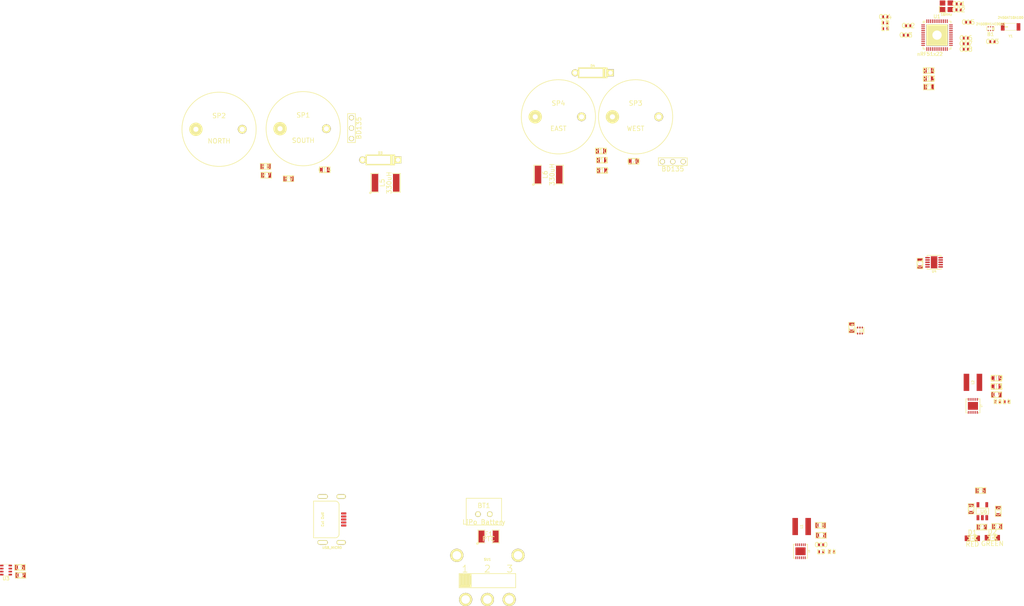
<source format=kicad_pcb>
(kicad_pcb (version 4) (host pcbnew "(2015-03-06 BZR 5484)-product")

  (general
    (links 176)
    (no_connects 166)
    (area 0 0 0 0)
    (thickness 1.6)
    (drawings 0)
    (tracks 0)
    (zones 0)
    (modules 70)
    (nets 77)
  )

  (page A4)
  (layers
    (0 F.Cu signal)
    (31 B.Cu signal)
    (32 B.Adhes user)
    (33 F.Adhes user)
    (34 B.Paste user)
    (35 F.Paste user)
    (36 B.SilkS user)
    (37 F.SilkS user)
    (38 B.Mask user)
    (39 F.Mask user)
    (40 Dwgs.User user)
    (41 Cmts.User user)
    (42 Eco1.User user)
    (43 Eco2.User user)
    (44 Edge.Cuts user)
    (45 Margin user)
    (46 B.CrtYd user)
    (47 F.CrtYd user)
    (48 B.Fab user)
    (49 F.Fab user)
  )

  (setup
    (last_trace_width 0.254)
    (trace_clearance 0.254)
    (zone_clearance 0.508)
    (zone_45_only no)
    (trace_min 0.254)
    (segment_width 0.2)
    (edge_width 0.1)
    (via_size 0.889)
    (via_drill 0.635)
    (via_min_size 0.889)
    (via_min_drill 0.508)
    (uvia_size 0.508)
    (uvia_drill 0.127)
    (uvias_allowed no)
    (uvia_min_size 0.508)
    (uvia_min_drill 0.127)
    (pcb_text_width 0.3)
    (pcb_text_size 1.5 1.5)
    (mod_edge_width 0.15)
    (mod_text_size 1 1)
    (mod_text_width 0.15)
    (pad_size 1.2 1.1)
    (pad_drill 0)
    (pad_to_mask_clearance 0)
    (aux_axis_origin 0 0)
    (visible_elements FFFFF77F)
    (pcbplotparams
      (layerselection 0x00030_80000001)
      (usegerberextensions false)
      (excludeedgelayer true)
      (linewidth 0.100000)
      (plotframeref false)
      (viasonmask false)
      (mode 1)
      (useauxorigin false)
      (hpglpennumber 1)
      (hpglpenspeed 20)
      (hpglpendiameter 15)
      (hpglpenoverlay 2)
      (psnegative false)
      (psa4output false)
      (plotreference true)
      (plotvalue true)
      (plotinvisibletext false)
      (padsonsilk false)
      (subtractmaskfromsilk false)
      (outputformat 1)
      (mirror false)
      (drillshape 1)
      (scaleselection 1)
      (outputdirectory ""))
  )

  (net 0 "")
  (net 1 "Net-(B1-Pad1)")
  (net 2 GND)
  (net 3 ANT2)
  (net 4 ANT1)
  (net 5 VDD_PA)
  (net 6 VBAT)
  (net 7 V3.3)
  (net 8 VIN)
  (net 9 "Net-(C6-Pad1)")
  (net 10 "Net-(C8-Pad1)")
  (net 11 V5.0)
  (net 12 "Net-(C11-Pad1)")
  (net 13 AVDD)
  (net 14 "Net-(C17-Pad1)")
  (net 15 "Net-(C18-Pad1)")
  (net 16 XC1)
  (net 17 XC2)
  (net 18 "Net-(D1-Pad2)")
  (net 19 "Net-(D2-Pad1)")
  (net 20 "Net-(D2-Pad2)")
  (net 21 "Net-(D3-Pad2)")
  (net 22 "Net-(D3-Pad1)")
  (net 23 "Net-(D4-Pad2)")
  (net 24 "Net-(D4-Pad1)")
  (net 25 "Net-(F1-Pad2)")
  (net 26 "Net-(J1-Pad6)")
  (net 27 "Net-(J1-Pad3)")
  (net 28 "Net-(J1-Pad4)")
  (net 29 "Net-(J1-Pad2)")
  (net 30 "Net-(L1-Pad1)")
  (net 31 "Net-(L1-Pad2)")
  (net 32 "Net-(L2-Pad1)")
  (net 33 "Net-(L2-Pad2)")
  (net 34 "Net-(L3-Pad1)")
  (net 35 "Net-(L4-Pad1)")
  (net 36 DCC)
  (net 37 "Net-(L7-Pad2)")
  (net 38 "Net-(Q1-Pad3)")
  (net 39 PULSE1)
  (net 40 "Net-(Q2-Pad3)")
  (net 41 PULSE2)
  (net 42 ALERT)
  (net 43 "Net-(R5-Pad2)")
  (net 44 PWM1)
  (net 45 PWM2)
  (net 46 SCL)
  (net 47 SDA)
  (net 48 "Net-(SW1-Pad3)")
  (net 49 "Net-(U1-Pad11)")
  (net 50 "Net-(U1-Pad10)")
  (net 51 "Net-(U1-Pad9)")
  (net 52 "Net-(U1-Pad3)")
  (net 53 V50_EN)
  (net 54 "Net-(U1-Pad18)")
  (net 55 "Net-(U1-Pad17)")
  (net 56 "Net-(U1-Pad19)")
  (net 57 "Net-(U1-Pad20)")
  (net 58 "Net-(U1-Pad21)")
  (net 59 "Net-(U1-Pad22)")
  (net 60 "Net-(U1-Pad23)")
  (net 61 "Net-(U1-Pad24)")
  (net 62 "Net-(U1-Pad28)")
  (net 63 "Net-(U1-Pad27)")
  (net 64 "Net-(U1-Pad26)")
  (net 65 "Net-(U1-Pad25)")
  (net 66 "Net-(U1-Pad40)")
  (net 67 "Net-(U1-Pad41)")
  (net 68 "Net-(U1-Pad42)")
  (net 69 "Net-(U1-Pad48)")
  (net 70 "Net-(U1-Pad47)")
  (net 71 "Net-(U1-Pad46)")
  (net 72 "Net-(U1-Pad45)")
  (net 73 "Net-(U1-Pad44)")
  (net 74 "Net-(U1-Pad43)")
  (net 75 "Net-(U4-Pad7)")
  (net 76 "Net-(U4-Pad6)")

  (net_class Default "This is the default net class."
    (clearance 0.254)
    (trace_width 0.254)
    (via_dia 0.889)
    (via_drill 0.635)
    (uvia_dia 0.508)
    (uvia_drill 0.127)
    (add_net ALERT)
    (add_net ANT1)
    (add_net ANT2)
    (add_net AVDD)
    (add_net DCC)
    (add_net GND)
    (add_net "Net-(B1-Pad1)")
    (add_net "Net-(C11-Pad1)")
    (add_net "Net-(C17-Pad1)")
    (add_net "Net-(C18-Pad1)")
    (add_net "Net-(C6-Pad1)")
    (add_net "Net-(C8-Pad1)")
    (add_net "Net-(D1-Pad2)")
    (add_net "Net-(D2-Pad1)")
    (add_net "Net-(D2-Pad2)")
    (add_net "Net-(D3-Pad1)")
    (add_net "Net-(D3-Pad2)")
    (add_net "Net-(D4-Pad1)")
    (add_net "Net-(D4-Pad2)")
    (add_net "Net-(F1-Pad2)")
    (add_net "Net-(J1-Pad2)")
    (add_net "Net-(J1-Pad3)")
    (add_net "Net-(J1-Pad4)")
    (add_net "Net-(J1-Pad6)")
    (add_net "Net-(L1-Pad1)")
    (add_net "Net-(L1-Pad2)")
    (add_net "Net-(L2-Pad1)")
    (add_net "Net-(L2-Pad2)")
    (add_net "Net-(L3-Pad1)")
    (add_net "Net-(L4-Pad1)")
    (add_net "Net-(L7-Pad2)")
    (add_net "Net-(Q1-Pad3)")
    (add_net "Net-(Q2-Pad3)")
    (add_net "Net-(R5-Pad2)")
    (add_net "Net-(SW1-Pad3)")
    (add_net "Net-(U1-Pad10)")
    (add_net "Net-(U1-Pad11)")
    (add_net "Net-(U1-Pad17)")
    (add_net "Net-(U1-Pad18)")
    (add_net "Net-(U1-Pad19)")
    (add_net "Net-(U1-Pad20)")
    (add_net "Net-(U1-Pad21)")
    (add_net "Net-(U1-Pad22)")
    (add_net "Net-(U1-Pad23)")
    (add_net "Net-(U1-Pad24)")
    (add_net "Net-(U1-Pad25)")
    (add_net "Net-(U1-Pad26)")
    (add_net "Net-(U1-Pad27)")
    (add_net "Net-(U1-Pad28)")
    (add_net "Net-(U1-Pad3)")
    (add_net "Net-(U1-Pad40)")
    (add_net "Net-(U1-Pad41)")
    (add_net "Net-(U1-Pad42)")
    (add_net "Net-(U1-Pad43)")
    (add_net "Net-(U1-Pad44)")
    (add_net "Net-(U1-Pad45)")
    (add_net "Net-(U1-Pad46)")
    (add_net "Net-(U1-Pad47)")
    (add_net "Net-(U1-Pad48)")
    (add_net "Net-(U1-Pad9)")
    (add_net "Net-(U4-Pad6)")
    (add_net "Net-(U4-Pad7)")
    (add_net PULSE1)
    (add_net PULSE2)
    (add_net PWM1)
    (add_net PWM2)
    (add_net SCL)
    (add_net SDA)
    (add_net V3.3)
    (add_net V5.0)
    (add_net V50_EN)
    (add_net VBAT)
    (add_net VDD_PA)
    (add_net VIN)
    (add_net XC1)
    (add_net XC2)
  )

  (module weather:2450BM14E0003Balun (layer F.Cu) (tedit 54CBFA3F) (tstamp 55267EE0)
    (at 259.08 40.132)
    (path /551819AA)
    (fp_text reference B1 (at 0 1.2) (layer F.SilkS)
      (effects (font (size 0.75 0.75) (thickness 0.15)))
    )
    (fp_text value 2450BM14E0003 (at 0 -1) (layer F.SilkS)
      (effects (font (size 0.5 0.5) (thickness 0.125)))
    )
    (fp_line (start -0.2 0.4) (end -0.3 0.4) (layer F.SilkS) (width 0.15))
    (fp_line (start 0.3 0.4) (end 0.2 0.4) (layer F.SilkS) (width 0.15))
    (fp_line (start 0.2 -0.4) (end 0.3 -0.4) (layer F.SilkS) (width 0.15))
    (fp_line (start -0.3 -0.4) (end -0.2 -0.4) (layer F.SilkS) (width 0.15))
    (fp_line (start -0.8 -0.4) (end -0.7 -0.4) (layer F.SilkS) (width 0.15))
    (fp_line (start -0.8 0.4) (end -0.7 0.4) (layer F.SilkS) (width 0.15))
    (fp_line (start 0.8 0.4) (end 0.7 0.4) (layer F.SilkS) (width 0.15))
    (fp_line (start 0.8 -0.4) (end 0.7 -0.4) (layer F.SilkS) (width 0.15))
    (fp_line (start 0.6 -0.1) (end 0.6 0.1) (layer F.SilkS) (width 0.15))
    (fp_line (start 0.6 0.1) (end 0.4 0.1) (layer F.SilkS) (width 0.15))
    (fp_line (start 0.4 0.1) (end 0.4 -0.1) (layer F.SilkS) (width 0.15))
    (fp_line (start 0.4 -0.1) (end 0.5 -0.1) (layer F.SilkS) (width 0.15))
    (fp_line (start 0.5 -0.1) (end 0.5 0) (layer F.SilkS) (width 0.15))
    (fp_line (start 0.5 0) (end 0.5 -0.1) (layer F.SilkS) (width 0.15))
    (fp_line (start 0.5 -0.1) (end 0.6 -0.1) (layer F.SilkS) (width 0.15))
    (fp_line (start 0.8 -0.4) (end 0.8 0.4) (layer F.SilkS) (width 0.15))
    (fp_line (start -0.8 -0.4) (end -0.8 0.4) (layer F.SilkS) (width 0.15))
    (pad 1 smd rect (at 0.5 -0.4) (size 0.2 0.25) (layers F.Cu F.Paste F.Mask)
      (net 1 "Net-(B1-Pad1)"))
    (pad 2 smd rect (at 0 -0.4) (size 0.2 0.25) (layers F.Cu F.Paste F.Mask)
      (net 2 GND))
    (pad 3 smd rect (at -0.5 -0.4) (size 0.2 0.25) (layers F.Cu F.Paste F.Mask)
      (net 3 ANT2))
    (pad 4 smd rect (at -0.5 0.4) (size 0.2 0.25) (layers F.Cu F.Paste F.Mask)
      (net 4 ANT1))
    (pad 5 smd rect (at 0 0.4) (size 0.2 0.25) (layers F.Cu F.Paste F.Mask)
      (net 5 VDD_PA))
    (pad 6 smd rect (at 0.5 0.4) (size 0.2 0.25) (layers F.Cu F.Paste F.Mask)
      (net 2 GND))
  )

  (module weather:JST_2_54 (layer F.Cu) (tedit 53ADC013) (tstamp 55267EE6)
    (at 149.733 144.907)
    (path /55261F2B)
    (fp_text reference BT1 (at 0 -1.8415) (layer F.SilkS)
      (effects (font (size 1 1) (thickness 0.15)))
    )
    (fp_text value "LiPo Battery" (at 0 1.7145) (layer F.SilkS)
      (effects (font (size 1 1) (thickness 0.15)))
    )
    (fp_line (start -3.81 2.3495) (end 3.81 2.3495) (layer F.SilkS) (width 0.15))
    (fp_line (start 3.81 2.3495) (end 3.81 -3.429) (layer F.SilkS) (width 0.15))
    (fp_line (start 3.81 -3.429) (end -3.81 -3.429) (layer F.SilkS) (width 0.15))
    (fp_line (start -3.81 -3.429) (end -3.81 2.3495) (layer F.SilkS) (width 0.15))
    (pad 2 thru_hole circle (at 1.27 0) (size 1.2 1.2) (drill 0.75) (layers *.Cu *.Mask F.SilkS)
      (net 2 GND))
    (pad 1 thru_hole circle (at -1.27 0) (size 1.2 1.2) (drill 0.75) (layers *.Cu *.Mask F.SilkS)
      (net 6 VBAT))
  )

  (module SMD_Packages:SMD-0603 (layer F.Cu) (tedit 55263C54) (tstamp 55267EEC)
    (at 243.84 90.805 270)
    (path /55196C39)
    (attr smd)
    (fp_text reference C1 (at 0 0 270) (layer F.SilkS)
      (effects (font (size 1 1) (thickness 0.15)))
    )
    (fp_text value 100nF (at 0 0 270) (layer F.SilkS) hide
      (effects (font (size 1 1) (thickness 0.15)))
    )
    (fp_line (start -1.143 -0.635) (end 1.143 -0.635) (layer F.SilkS) (width 0.15))
    (fp_line (start 1.143 -0.635) (end 1.143 0.635) (layer F.SilkS) (width 0.15))
    (fp_line (start 1.143 0.635) (end -1.143 0.635) (layer F.SilkS) (width 0.15))
    (fp_line (start -1.143 0.635) (end -1.143 -0.635) (layer F.SilkS) (width 0.15))
    (pad 1 smd rect (at -0.762 0 270) (size 0.635 1.143) (layers F.Cu F.Paste F.Mask)
      (net 2 GND))
    (pad 2 smd rect (at 0.762 0 270) (size 0.635 1.143) (layers F.Cu F.Paste F.Mask)
      (net 7 V3.3))
    (model SMD_Packages/SMD-0603.wrl
      (at (xyz 0 0 0.001))
      (scale (xyz 0.5 0.5 0.5))
      (rotate (xyz 0 0 0))
    )
  )

  (module SMD_Packages:SMD-0603 (layer F.Cu) (tedit 55263C54) (tstamp 55267EF2)
    (at 49.752524 158.093)
    (path /5519C9C3)
    (attr smd)
    (fp_text reference C2 (at 0 0) (layer F.SilkS)
      (effects (font (size 1 1) (thickness 0.15)))
    )
    (fp_text value 100nF (at 0 0) (layer F.SilkS) hide
      (effects (font (size 1 1) (thickness 0.15)))
    )
    (fp_line (start -1.143 -0.635) (end 1.143 -0.635) (layer F.SilkS) (width 0.15))
    (fp_line (start 1.143 -0.635) (end 1.143 0.635) (layer F.SilkS) (width 0.15))
    (fp_line (start 1.143 0.635) (end -1.143 0.635) (layer F.SilkS) (width 0.15))
    (fp_line (start -1.143 0.635) (end -1.143 -0.635) (layer F.SilkS) (width 0.15))
    (pad 1 smd rect (at -0.762 0) (size 0.635 1.143) (layers F.Cu F.Paste F.Mask)
      (net 2 GND))
    (pad 2 smd rect (at 0.762 0) (size 0.635 1.143) (layers F.Cu F.Paste F.Mask)
      (net 7 V3.3))
    (model SMD_Packages/SMD-0603.wrl
      (at (xyz 0 0 0.001))
      (scale (xyz 0.5 0.5 0.5))
      (rotate (xyz 0 0 0))
    )
  )

  (module SMD_Packages:SMD-0603 (layer F.Cu) (tedit 55263C54) (tstamp 55267EF8)
    (at 222.504 149.479)
    (path /5521307B)
    (attr smd)
    (fp_text reference C3 (at 0 0) (layer F.SilkS)
      (effects (font (size 1 1) (thickness 0.15)))
    )
    (fp_text value 10uF (at 0 0) (layer F.SilkS) hide
      (effects (font (size 1 1) (thickness 0.15)))
    )
    (fp_line (start -1.143 -0.635) (end 1.143 -0.635) (layer F.SilkS) (width 0.15))
    (fp_line (start 1.143 -0.635) (end 1.143 0.635) (layer F.SilkS) (width 0.15))
    (fp_line (start 1.143 0.635) (end -1.143 0.635) (layer F.SilkS) (width 0.15))
    (fp_line (start -1.143 0.635) (end -1.143 -0.635) (layer F.SilkS) (width 0.15))
    (pad 1 smd rect (at -0.762 0) (size 0.635 1.143) (layers F.Cu F.Paste F.Mask)
      (net 8 VIN))
    (pad 2 smd rect (at 0.762 0) (size 0.635 1.143) (layers F.Cu F.Paste F.Mask)
      (net 2 GND))
    (model SMD_Packages/SMD-0603.wrl
      (at (xyz 0 0 0.001))
      (scale (xyz 0.5 0.5 0.5))
      (rotate (xyz 0 0 0))
    )
  )

  (module SMD_Packages:SMD-0603 (layer F.Cu) (tedit 55263C54) (tstamp 55267EFE)
    (at 229.108 104.648 270)
    (path /551911BC)
    (attr smd)
    (fp_text reference C4 (at 0 0 270) (layer F.SilkS)
      (effects (font (size 1 1) (thickness 0.15)))
    )
    (fp_text value 100nF (at 0 0 270) (layer F.SilkS) hide
      (effects (font (size 1 1) (thickness 0.15)))
    )
    (fp_line (start -1.143 -0.635) (end 1.143 -0.635) (layer F.SilkS) (width 0.15))
    (fp_line (start 1.143 -0.635) (end 1.143 0.635) (layer F.SilkS) (width 0.15))
    (fp_line (start 1.143 0.635) (end -1.143 0.635) (layer F.SilkS) (width 0.15))
    (fp_line (start -1.143 0.635) (end -1.143 -0.635) (layer F.SilkS) (width 0.15))
    (pad 1 smd rect (at -0.762 0 270) (size 0.635 1.143) (layers F.Cu F.Paste F.Mask)
      (net 7 V3.3))
    (pad 2 smd rect (at 0.762 0 270) (size 0.635 1.143) (layers F.Cu F.Paste F.Mask)
      (net 2 GND))
    (model SMD_Packages/SMD-0603.wrl
      (at (xyz 0 0 0.001))
      (scale (xyz 0.5 0.5 0.5))
      (rotate (xyz 0 0 0))
    )
  )

  (module SMD_Packages:SMD-0603 (layer F.Cu) (tedit 55263C54) (tstamp 55267F04)
    (at 49.617524 156.402)
    (path /5519DD00)
    (attr smd)
    (fp_text reference C5 (at 0 0) (layer F.SilkS)
      (effects (font (size 1 1) (thickness 0.15)))
    )
    (fp_text value 100nF (at 0 0) (layer F.SilkS) hide
      (effects (font (size 1 1) (thickness 0.15)))
    )
    (fp_line (start -1.143 -0.635) (end 1.143 -0.635) (layer F.SilkS) (width 0.15))
    (fp_line (start 1.143 -0.635) (end 1.143 0.635) (layer F.SilkS) (width 0.15))
    (fp_line (start 1.143 0.635) (end -1.143 0.635) (layer F.SilkS) (width 0.15))
    (fp_line (start -1.143 0.635) (end -1.143 -0.635) (layer F.SilkS) (width 0.15))
    (pad 1 smd rect (at -0.762 0) (size 0.635 1.143) (layers F.Cu F.Paste F.Mask)
      (net 2 GND))
    (pad 2 smd rect (at 0.762 0) (size 0.635 1.143) (layers F.Cu F.Paste F.Mask)
      (net 7 V3.3))
    (model SMD_Packages/SMD-0603.wrl
      (at (xyz 0 0 0.001))
      (scale (xyz 0.5 0.5 0.5))
      (rotate (xyz 0 0 0))
    )
  )

  (module SMD_Packages:SMD-0603 (layer F.Cu) (tedit 55263C54) (tstamp 55267F0A)
    (at 260.731 144.272 270)
    (path /5516FC81)
    (attr smd)
    (fp_text reference C6 (at 0 0 270) (layer F.SilkS)
      (effects (font (size 1 1) (thickness 0.15)))
    )
    (fp_text value 4.7uF (at 0 0 270) (layer F.SilkS) hide
      (effects (font (size 1 1) (thickness 0.15)))
    )
    (fp_line (start -1.143 -0.635) (end 1.143 -0.635) (layer F.SilkS) (width 0.15))
    (fp_line (start 1.143 -0.635) (end 1.143 0.635) (layer F.SilkS) (width 0.15))
    (fp_line (start 1.143 0.635) (end -1.143 0.635) (layer F.SilkS) (width 0.15))
    (fp_line (start -1.143 0.635) (end -1.143 -0.635) (layer F.SilkS) (width 0.15))
    (pad 1 smd rect (at -0.762 0 270) (size 0.635 1.143) (layers F.Cu F.Paste F.Mask)
      (net 9 "Net-(C6-Pad1)"))
    (pad 2 smd rect (at 0.762 0 270) (size 0.635 1.143) (layers F.Cu F.Paste F.Mask)
      (net 2 GND))
    (model SMD_Packages/SMD-0603.wrl
      (at (xyz 0 0 0.001))
      (scale (xyz 0.5 0.5 0.5))
      (rotate (xyz 0 0 0))
    )
  )

  (module SMD_Packages:SMD-0603 (layer F.Cu) (tedit 55263C54) (tstamp 55267F10)
    (at 260.35 119.126)
    (path /55169E12)
    (attr smd)
    (fp_text reference C7 (at 0 0) (layer F.SilkS)
      (effects (font (size 1 1) (thickness 0.15)))
    )
    (fp_text value 10uF (at 0 0) (layer F.SilkS) hide
      (effects (font (size 1 1) (thickness 0.15)))
    )
    (fp_line (start -1.143 -0.635) (end 1.143 -0.635) (layer F.SilkS) (width 0.15))
    (fp_line (start 1.143 -0.635) (end 1.143 0.635) (layer F.SilkS) (width 0.15))
    (fp_line (start 1.143 0.635) (end -1.143 0.635) (layer F.SilkS) (width 0.15))
    (fp_line (start -1.143 0.635) (end -1.143 -0.635) (layer F.SilkS) (width 0.15))
    (pad 1 smd rect (at -0.762 0) (size 0.635 1.143) (layers F.Cu F.Paste F.Mask)
      (net 8 VIN))
    (pad 2 smd rect (at 0.762 0) (size 0.635 1.143) (layers F.Cu F.Paste F.Mask)
      (net 2 GND))
    (model SMD_Packages/SMD-0603.wrl
      (at (xyz 0 0 0.001))
      (scale (xyz 0.5 0.5 0.5))
      (rotate (xyz 0 0 0))
    )
  )

  (module SMD_Packages:SMD-0603 (layer F.Cu) (tedit 55263C54) (tstamp 55267F16)
    (at 222.377 147.32)
    (path /5521308E)
    (attr smd)
    (fp_text reference C8 (at 0 0) (layer F.SilkS)
      (effects (font (size 1 1) (thickness 0.15)))
    )
    (fp_text value 22uF (at 0 0) (layer F.SilkS) hide
      (effects (font (size 1 1) (thickness 0.15)))
    )
    (fp_line (start -1.143 -0.635) (end 1.143 -0.635) (layer F.SilkS) (width 0.15))
    (fp_line (start 1.143 -0.635) (end 1.143 0.635) (layer F.SilkS) (width 0.15))
    (fp_line (start 1.143 0.635) (end -1.143 0.635) (layer F.SilkS) (width 0.15))
    (fp_line (start -1.143 0.635) (end -1.143 -0.635) (layer F.SilkS) (width 0.15))
    (pad 1 smd rect (at -0.762 0) (size 0.635 1.143) (layers F.Cu F.Paste F.Mask)
      (net 10 "Net-(C8-Pad1)"))
    (pad 2 smd rect (at 0.762 0) (size 0.635 1.143) (layers F.Cu F.Paste F.Mask)
      (net 2 GND))
    (model SMD_Packages/SMD-0603.wrl
      (at (xyz 0 0 0.001))
      (scale (xyz 0.5 0.5 0.5))
      (rotate (xyz 0 0 0))
    )
  )

  (module SMD_Packages:SMD-0603 (layer F.Cu) (tedit 55263C54) (tstamp 55267F1C)
    (at 254.889 143.764 270)
    (path /5516FE9B)
    (attr smd)
    (fp_text reference C9 (at 0 0 270) (layer F.SilkS)
      (effects (font (size 1 1) (thickness 0.15)))
    )
    (fp_text value 4.7uF (at 0 0 270) (layer F.SilkS) hide
      (effects (font (size 1 1) (thickness 0.15)))
    )
    (fp_line (start -1.143 -0.635) (end 1.143 -0.635) (layer F.SilkS) (width 0.15))
    (fp_line (start 1.143 -0.635) (end 1.143 0.635) (layer F.SilkS) (width 0.15))
    (fp_line (start 1.143 0.635) (end -1.143 0.635) (layer F.SilkS) (width 0.15))
    (fp_line (start -1.143 0.635) (end -1.143 -0.635) (layer F.SilkS) (width 0.15))
    (pad 1 smd rect (at -0.762 0 270) (size 0.635 1.143) (layers F.Cu F.Paste F.Mask)
      (net 6 VBAT))
    (pad 2 smd rect (at 0.762 0 270) (size 0.635 1.143) (layers F.Cu F.Paste F.Mask)
      (net 2 GND))
    (model SMD_Packages/SMD-0603.wrl
      (at (xyz 0 0 0.001))
      (scale (xyz 0.5 0.5 0.5))
      (rotate (xyz 0 0 0))
    )
  )

  (module SMD_Packages:SMD-0402 (layer F.Cu) (tedit 55263C54) (tstamp 55267F22)
    (at 222.504 151.511)
    (path /552130A1)
    (attr smd)
    (fp_text reference C10 (at 0 0) (layer F.SilkS)
      (effects (font (size 1 1) (thickness 0.15)))
    )
    (fp_text value 100nF (at 0.09906 0) (layer F.SilkS) hide
      (effects (font (size 1 1) (thickness 0.15)))
    )
    (fp_line (start -0.254 -0.381) (end -0.762 -0.381) (layer F.SilkS) (width 0.15))
    (fp_line (start -0.762 -0.381) (end -0.762 0.381) (layer F.SilkS) (width 0.15))
    (fp_line (start -0.762 0.381) (end -0.254 0.381) (layer F.SilkS) (width 0.15))
    (fp_line (start 0.254 -0.381) (end 0.762 -0.381) (layer F.SilkS) (width 0.15))
    (fp_line (start 0.762 -0.381) (end 0.762 0.381) (layer F.SilkS) (width 0.15))
    (fp_line (start 0.762 0.381) (end 0.254 0.381) (layer F.SilkS) (width 0.15))
    (pad 1 smd rect (at -0.44958 0) (size 0.39878 0.59944) (layers F.Cu F.Paste F.Mask)
      (net 11 V5.0))
    (pad 2 smd rect (at 0.44958 0) (size 0.39878 0.59944) (layers F.Cu F.Paste F.Mask)
      (net 2 GND))
    (model SMD_Packages/SMD-0402.wrl
      (at (xyz 0 0 0.002))
      (scale (xyz 0.05 0.05 0.05))
      (rotate (xyz 0 0 0))
    )
  )

  (module SMD_Packages:SMD-0603 (layer F.Cu) (tedit 55263C54) (tstamp 55267F28)
    (at 260.35 117.348)
    (path /5516A59A)
    (attr smd)
    (fp_text reference C11 (at 0 0) (layer F.SilkS)
      (effects (font (size 1 1) (thickness 0.15)))
    )
    (fp_text value 22uF (at 0 0) (layer F.SilkS) hide
      (effects (font (size 1 1) (thickness 0.15)))
    )
    (fp_line (start -1.143 -0.635) (end 1.143 -0.635) (layer F.SilkS) (width 0.15))
    (fp_line (start 1.143 -0.635) (end 1.143 0.635) (layer F.SilkS) (width 0.15))
    (fp_line (start 1.143 0.635) (end -1.143 0.635) (layer F.SilkS) (width 0.15))
    (fp_line (start -1.143 0.635) (end -1.143 -0.635) (layer F.SilkS) (width 0.15))
    (pad 1 smd rect (at -0.762 0) (size 0.635 1.143) (layers F.Cu F.Paste F.Mask)
      (net 12 "Net-(C11-Pad1)"))
    (pad 2 smd rect (at 0.762 0) (size 0.635 1.143) (layers F.Cu F.Paste F.Mask)
      (net 2 GND))
    (model SMD_Packages/SMD-0603.wrl
      (at (xyz 0 0 0.001))
      (scale (xyz 0.5 0.5 0.5))
      (rotate (xyz 0 0 0))
    )
  )

  (module SMD_Packages:SMD-0402 (layer F.Cu) (tedit 55263C54) (tstamp 55267F2E)
    (at 241.3 39.497)
    (path /55173539)
    (attr smd)
    (fp_text reference C12 (at 0 0) (layer F.SilkS)
      (effects (font (size 1 1) (thickness 0.15)))
    )
    (fp_text value 100nF (at 0.09906 0) (layer F.SilkS) hide
      (effects (font (size 1 1) (thickness 0.15)))
    )
    (fp_line (start -0.254 -0.381) (end -0.762 -0.381) (layer F.SilkS) (width 0.15))
    (fp_line (start -0.762 -0.381) (end -0.762 0.381) (layer F.SilkS) (width 0.15))
    (fp_line (start -0.762 0.381) (end -0.254 0.381) (layer F.SilkS) (width 0.15))
    (fp_line (start 0.254 -0.381) (end 0.762 -0.381) (layer F.SilkS) (width 0.15))
    (fp_line (start 0.762 -0.381) (end 0.762 0.381) (layer F.SilkS) (width 0.15))
    (fp_line (start 0.762 0.381) (end 0.254 0.381) (layer F.SilkS) (width 0.15))
    (pad 1 smd rect (at -0.44958 0) (size 0.39878 0.59944) (layers F.Cu F.Paste F.Mask)
      (net 7 V3.3))
    (pad 2 smd rect (at 0.44958 0) (size 0.39878 0.59944) (layers F.Cu F.Paste F.Mask)
      (net 2 GND))
    (model SMD_Packages/SMD-0402.wrl
      (at (xyz 0 0 0.002))
      (scale (xyz 0.05 0.05 0.05))
      (rotate (xyz 0 0 0))
    )
  )

  (module SMD_Packages:SMD-0402 (layer F.Cu) (tedit 55263C54) (tstamp 55267F34)
    (at 240.792 41.529)
    (path /55173481)
    (attr smd)
    (fp_text reference C13 (at 0 0) (layer F.SilkS)
      (effects (font (size 1 1) (thickness 0.15)))
    )
    (fp_text value 4.7uF (at 0.09906 0) (layer F.SilkS) hide
      (effects (font (size 1 1) (thickness 0.15)))
    )
    (fp_line (start -0.254 -0.381) (end -0.762 -0.381) (layer F.SilkS) (width 0.15))
    (fp_line (start -0.762 -0.381) (end -0.762 0.381) (layer F.SilkS) (width 0.15))
    (fp_line (start -0.762 0.381) (end -0.254 0.381) (layer F.SilkS) (width 0.15))
    (fp_line (start 0.254 -0.381) (end 0.762 -0.381) (layer F.SilkS) (width 0.15))
    (fp_line (start 0.762 -0.381) (end 0.762 0.381) (layer F.SilkS) (width 0.15))
    (fp_line (start 0.762 0.381) (end 0.254 0.381) (layer F.SilkS) (width 0.15))
    (pad 1 smd rect (at -0.44958 0) (size 0.39878 0.59944) (layers F.Cu F.Paste F.Mask)
      (net 7 V3.3))
    (pad 2 smd rect (at 0.44958 0) (size 0.39878 0.59944) (layers F.Cu F.Paste F.Mask)
      (net 2 GND))
    (model SMD_Packages/SMD-0402.wrl
      (at (xyz 0 0 0.002))
      (scale (xyz 0.05 0.05 0.05))
      (rotate (xyz 0 0 0))
    )
  )

  (module SMD_Packages:SMD-0603 (layer F.Cu) (tedit 55263C54) (tstamp 55267F3A)
    (at 115.393333 70.586)
    (path /552162FC)
    (attr smd)
    (fp_text reference C14 (at 0 0) (layer F.SilkS)
      (effects (font (size 1 1) (thickness 0.15)))
    )
    (fp_text value 22uF (at 0 0) (layer F.SilkS) hide
      (effects (font (size 1 1) (thickness 0.15)))
    )
    (fp_line (start -1.143 -0.635) (end 1.143 -0.635) (layer F.SilkS) (width 0.15))
    (fp_line (start 1.143 -0.635) (end 1.143 0.635) (layer F.SilkS) (width 0.15))
    (fp_line (start 1.143 0.635) (end -1.143 0.635) (layer F.SilkS) (width 0.15))
    (fp_line (start -1.143 0.635) (end -1.143 -0.635) (layer F.SilkS) (width 0.15))
    (pad 1 smd rect (at -0.762 0) (size 0.635 1.143) (layers F.Cu F.Paste F.Mask)
      (net 11 V5.0))
    (pad 2 smd rect (at 0.762 0) (size 0.635 1.143) (layers F.Cu F.Paste F.Mask)
      (net 2 GND))
    (model SMD_Packages/SMD-0603.wrl
      (at (xyz 0 0 0.001))
      (scale (xyz 0.5 0.5 0.5))
      (rotate (xyz 0 0 0))
    )
  )

  (module SMD_Packages:SMD-0402 (layer F.Cu) (tedit 55263C54) (tstamp 55267F40)
    (at 254.254 38.735)
    (path /55172D97)
    (attr smd)
    (fp_text reference C15 (at 0 0) (layer F.SilkS)
      (effects (font (size 1 1) (thickness 0.15)))
    )
    (fp_text value 1nF (at 0.09906 0) (layer F.SilkS) hide
      (effects (font (size 1 1) (thickness 0.15)))
    )
    (fp_line (start -0.254 -0.381) (end -0.762 -0.381) (layer F.SilkS) (width 0.15))
    (fp_line (start -0.762 -0.381) (end -0.762 0.381) (layer F.SilkS) (width 0.15))
    (fp_line (start -0.762 0.381) (end -0.254 0.381) (layer F.SilkS) (width 0.15))
    (fp_line (start 0.254 -0.381) (end 0.762 -0.381) (layer F.SilkS) (width 0.15))
    (fp_line (start 0.762 -0.381) (end 0.762 0.381) (layer F.SilkS) (width 0.15))
    (fp_line (start 0.762 0.381) (end 0.254 0.381) (layer F.SilkS) (width 0.15))
    (pad 1 smd rect (at -0.44958 0) (size 0.39878 0.59944) (layers F.Cu F.Paste F.Mask)
      (net 13 AVDD))
    (pad 2 smd rect (at 0.44958 0) (size 0.39878 0.59944) (layers F.Cu F.Paste F.Mask)
      (net 2 GND))
    (model SMD_Packages/SMD-0402.wrl
      (at (xyz 0 0 0.002))
      (scale (xyz 0.05 0.05 0.05))
      (rotate (xyz 0 0 0))
    )
  )

  (module SMD_Packages:SMD-0402 (layer F.Cu) (tedit 55263C54) (tstamp 55267F46)
    (at 253.746 42.164)
    (path /551823CB)
    (attr smd)
    (fp_text reference C16 (at 0 0) (layer F.SilkS)
      (effects (font (size 1 1) (thickness 0.15)))
    )
    (fp_text value 2.2nF (at 0.09906 0) (layer F.SilkS) hide
      (effects (font (size 1 1) (thickness 0.15)))
    )
    (fp_line (start -0.254 -0.381) (end -0.762 -0.381) (layer F.SilkS) (width 0.15))
    (fp_line (start -0.762 -0.381) (end -0.762 0.381) (layer F.SilkS) (width 0.15))
    (fp_line (start -0.762 0.381) (end -0.254 0.381) (layer F.SilkS) (width 0.15))
    (fp_line (start 0.254 -0.381) (end 0.762 -0.381) (layer F.SilkS) (width 0.15))
    (fp_line (start 0.762 -0.381) (end 0.762 0.381) (layer F.SilkS) (width 0.15))
    (fp_line (start 0.762 0.381) (end 0.254 0.381) (layer F.SilkS) (width 0.15))
    (pad 1 smd rect (at -0.44958 0) (size 0.39878 0.59944) (layers F.Cu F.Paste F.Mask)
      (net 2 GND))
    (pad 2 smd rect (at 0.44958 0) (size 0.39878 0.59944) (layers F.Cu F.Paste F.Mask)
      (net 5 VDD_PA))
    (model SMD_Packages/SMD-0402.wrl
      (at (xyz 0 0 0.002))
      (scale (xyz 0.05 0.05 0.05))
      (rotate (xyz 0 0 0))
    )
  )

  (module SMD_Packages:SMD-0402 (layer F.Cu) (tedit 55263C54) (tstamp 55267F4C)
    (at 253.734464 43.383)
    (path /551735A7)
    (attr smd)
    (fp_text reference C17 (at 0 0) (layer F.SilkS)
      (effects (font (size 1 1) (thickness 0.15)))
    )
    (fp_text value 100nF (at 0.09906 0) (layer F.SilkS) hide
      (effects (font (size 1 1) (thickness 0.15)))
    )
    (fp_line (start -0.254 -0.381) (end -0.762 -0.381) (layer F.SilkS) (width 0.15))
    (fp_line (start -0.762 -0.381) (end -0.762 0.381) (layer F.SilkS) (width 0.15))
    (fp_line (start -0.762 0.381) (end -0.254 0.381) (layer F.SilkS) (width 0.15))
    (fp_line (start 0.254 -0.381) (end 0.762 -0.381) (layer F.SilkS) (width 0.15))
    (fp_line (start 0.762 -0.381) (end 0.762 0.381) (layer F.SilkS) (width 0.15))
    (fp_line (start 0.762 0.381) (end 0.254 0.381) (layer F.SilkS) (width 0.15))
    (pad 1 smd rect (at -0.44958 0) (size 0.39878 0.59944) (layers F.Cu F.Paste F.Mask)
      (net 14 "Net-(C17-Pad1)"))
    (pad 2 smd rect (at 0.44958 0) (size 0.39878 0.59944) (layers F.Cu F.Paste F.Mask)
      (net 2 GND))
    (model SMD_Packages/SMD-0402.wrl
      (at (xyz 0 0 0.002))
      (scale (xyz 0.05 0.05 0.05))
      (rotate (xyz 0 0 0))
    )
  )

  (module SMD_Packages:SMD-0402 (layer F.Cu) (tedit 55263C54) (tstamp 55269E45)
    (at 253.746 44.577)
    (path /55173647)
    (attr smd)
    (fp_text reference C18 (at 0 0) (layer F.SilkS)
      (effects (font (size 1 1) (thickness 0.15)))
    )
    (fp_text value 47nF (at 0.09906 0) (layer F.SilkS) hide
      (effects (font (size 1 1) (thickness 0.15)))
    )
    (fp_line (start -0.254 -0.381) (end -0.762 -0.381) (layer F.SilkS) (width 0.15))
    (fp_line (start -0.762 -0.381) (end -0.762 0.381) (layer F.SilkS) (width 0.15))
    (fp_line (start -0.762 0.381) (end -0.254 0.381) (layer F.SilkS) (width 0.15))
    (fp_line (start 0.254 -0.381) (end 0.762 -0.381) (layer F.SilkS) (width 0.15))
    (fp_line (start 0.762 -0.381) (end 0.762 0.381) (layer F.SilkS) (width 0.15))
    (fp_line (start 0.762 0.381) (end 0.254 0.381) (layer F.SilkS) (width 0.15))
    (pad 1 smd rect (at -0.44958 0) (size 0.39878 0.59944) (layers F.Cu F.Paste F.Mask)
      (net 15 "Net-(C18-Pad1)"))
    (pad 2 smd rect (at 0.44958 0) (size 0.39878 0.59944) (layers F.Cu F.Paste F.Mask)
      (net 2 GND))
    (model SMD_Packages/SMD-0402.wrl
      (at (xyz 0 0 0.002))
      (scale (xyz 0.05 0.05 0.05))
      (rotate (xyz 0 0 0))
    )
  )

  (module SMD_Packages:SMD-0603 (layer F.Cu) (tedit 55263C54) (tstamp 55267F58)
    (at 260.35 115.57)
    (path /5516AA22)
    (attr smd)
    (fp_text reference C19 (at 0 0) (layer F.SilkS)
      (effects (font (size 1 1) (thickness 0.15)))
    )
    (fp_text value 100nF (at 0 0) (layer F.SilkS) hide
      (effects (font (size 1 1) (thickness 0.15)))
    )
    (fp_line (start -1.143 -0.635) (end 1.143 -0.635) (layer F.SilkS) (width 0.15))
    (fp_line (start 1.143 -0.635) (end 1.143 0.635) (layer F.SilkS) (width 0.15))
    (fp_line (start 1.143 0.635) (end -1.143 0.635) (layer F.SilkS) (width 0.15))
    (fp_line (start -1.143 0.635) (end -1.143 -0.635) (layer F.SilkS) (width 0.15))
    (pad 1 smd rect (at -0.762 0) (size 0.635 1.143) (layers F.Cu F.Paste F.Mask)
      (net 7 V3.3))
    (pad 2 smd rect (at 0.762 0) (size 0.635 1.143) (layers F.Cu F.Paste F.Mask)
      (net 2 GND))
    (model SMD_Packages/SMD-0603.wrl
      (at (xyz 0 0 0.001))
      (scale (xyz 0.5 0.5 0.5))
      (rotate (xyz 0 0 0))
    )
  )

  (module SMD_Packages:SMD-0603 (layer F.Cu) (tedit 55263C54) (tstamp 55267F5E)
    (at 182.046333 68.745)
    (path /5521A701)
    (attr smd)
    (fp_text reference C20 (at 0 0) (layer F.SilkS)
      (effects (font (size 1 1) (thickness 0.15)))
    )
    (fp_text value 22uF (at 0 0) (layer F.SilkS) hide
      (effects (font (size 1 1) (thickness 0.15)))
    )
    (fp_line (start -1.143 -0.635) (end 1.143 -0.635) (layer F.SilkS) (width 0.15))
    (fp_line (start 1.143 -0.635) (end 1.143 0.635) (layer F.SilkS) (width 0.15))
    (fp_line (start 1.143 0.635) (end -1.143 0.635) (layer F.SilkS) (width 0.15))
    (fp_line (start -1.143 0.635) (end -1.143 -0.635) (layer F.SilkS) (width 0.15))
    (pad 1 smd rect (at -0.762 0) (size 0.635 1.143) (layers F.Cu F.Paste F.Mask)
      (net 11 V5.0))
    (pad 2 smd rect (at 0.762 0) (size 0.635 1.143) (layers F.Cu F.Paste F.Mask)
      (net 2 GND))
    (model SMD_Packages/SMD-0603.wrl
      (at (xyz 0 0 0.001))
      (scale (xyz 0.5 0.5 0.5))
      (rotate (xyz 0 0 0))
    )
  )

  (module SMD_Packages:SMD-0402 (layer F.Cu) (tedit 55263C54) (tstamp 55267F64)
    (at 252.222 34.798)
    (path /55174DB1)
    (attr smd)
    (fp_text reference C21 (at 0 0) (layer F.SilkS)
      (effects (font (size 1 1) (thickness 0.15)))
    )
    (fp_text value 12pF (at 0.09906 0) (layer F.SilkS) hide
      (effects (font (size 1 1) (thickness 0.15)))
    )
    (fp_line (start -0.254 -0.381) (end -0.762 -0.381) (layer F.SilkS) (width 0.15))
    (fp_line (start -0.762 -0.381) (end -0.762 0.381) (layer F.SilkS) (width 0.15))
    (fp_line (start -0.762 0.381) (end -0.254 0.381) (layer F.SilkS) (width 0.15))
    (fp_line (start 0.254 -0.381) (end 0.762 -0.381) (layer F.SilkS) (width 0.15))
    (fp_line (start 0.762 -0.381) (end 0.762 0.381) (layer F.SilkS) (width 0.15))
    (fp_line (start 0.762 0.381) (end 0.254 0.381) (layer F.SilkS) (width 0.15))
    (pad 1 smd rect (at -0.44958 0) (size 0.39878 0.59944) (layers F.Cu F.Paste F.Mask)
      (net 16 XC1))
    (pad 2 smd rect (at 0.44958 0) (size 0.39878 0.59944) (layers F.Cu F.Paste F.Mask)
      (net 2 GND))
    (model SMD_Packages/SMD-0402.wrl
      (at (xyz 0 0 0.002))
      (scale (xyz 0.05 0.05 0.05))
      (rotate (xyz 0 0 0))
    )
  )

  (module SMD_Packages:SMD-0402 (layer F.Cu) (tedit 55263C54) (tstamp 55267F6A)
    (at 252.172273 36.083)
    (path /55174E49)
    (attr smd)
    (fp_text reference C22 (at 0 0) (layer F.SilkS)
      (effects (font (size 1 1) (thickness 0.15)))
    )
    (fp_text value 12pF (at 0.09906 0) (layer F.SilkS) hide
      (effects (font (size 1 1) (thickness 0.15)))
    )
    (fp_line (start -0.254 -0.381) (end -0.762 -0.381) (layer F.SilkS) (width 0.15))
    (fp_line (start -0.762 -0.381) (end -0.762 0.381) (layer F.SilkS) (width 0.15))
    (fp_line (start -0.762 0.381) (end -0.254 0.381) (layer F.SilkS) (width 0.15))
    (fp_line (start 0.254 -0.381) (end 0.762 -0.381) (layer F.SilkS) (width 0.15))
    (fp_line (start 0.762 -0.381) (end 0.762 0.381) (layer F.SilkS) (width 0.15))
    (fp_line (start 0.762 0.381) (end 0.254 0.381) (layer F.SilkS) (width 0.15))
    (pad 1 smd rect (at -0.44958 0) (size 0.39878 0.59944) (layers F.Cu F.Paste F.Mask)
      (net 2 GND))
    (pad 2 smd rect (at 0.44958 0) (size 0.39878 0.59944) (layers F.Cu F.Paste F.Mask)
      (net 17 XC2))
    (model SMD_Packages/SMD-0402.wrl
      (at (xyz 0 0 0.002))
      (scale (xyz 0.05 0.05 0.05))
      (rotate (xyz 0 0 0))
    )
  )

  (module SMD_Packages:SMD-0402 (layer F.Cu) (tedit 55263C54) (tstamp 55267F70)
    (at 259.461 42.926)
    (path /55181C3A)
    (attr smd)
    (fp_text reference C23 (at 0 0) (layer F.SilkS)
      (effects (font (size 1 1) (thickness 0.15)))
    )
    (fp_text value 2pF (at 0.09906 0) (layer F.SilkS) hide
      (effects (font (size 1 1) (thickness 0.15)))
    )
    (fp_line (start -0.254 -0.381) (end -0.762 -0.381) (layer F.SilkS) (width 0.15))
    (fp_line (start -0.762 -0.381) (end -0.762 0.381) (layer F.SilkS) (width 0.15))
    (fp_line (start -0.762 0.381) (end -0.254 0.381) (layer F.SilkS) (width 0.15))
    (fp_line (start 0.254 -0.381) (end 0.762 -0.381) (layer F.SilkS) (width 0.15))
    (fp_line (start 0.762 -0.381) (end 0.762 0.381) (layer F.SilkS) (width 0.15))
    (fp_line (start 0.762 0.381) (end 0.254 0.381) (layer F.SilkS) (width 0.15))
    (pad 1 smd rect (at -0.44958 0) (size 0.39878 0.59944) (layers F.Cu F.Paste F.Mask)
      (net 2 GND))
    (pad 2 smd rect (at 0.44958 0) (size 0.39878 0.59944) (layers F.Cu F.Paste F.Mask)
      (net 1 "Net-(B1-Pad1)"))
    (model SMD_Packages/SMD-0402.wrl
      (at (xyz 0 0 0.002))
      (scale (xyz 0.05 0.05 0.05))
      (rotate (xyz 0 0 0))
    )
  )

  (module SMD_Packages:SMD-0402 (layer F.Cu) (tedit 55263C54) (tstamp 55267F76)
    (at 236.347 37.592 180)
    (path /55172677)
    (attr smd)
    (fp_text reference C24 (at 0 0 180) (layer F.SilkS)
      (effects (font (size 1 1) (thickness 0.15)))
    )
    (fp_text value 1uF (at 0.09906 0 180) (layer F.SilkS) hide
      (effects (font (size 1 1) (thickness 0.15)))
    )
    (fp_line (start -0.254 -0.381) (end -0.762 -0.381) (layer F.SilkS) (width 0.15))
    (fp_line (start -0.762 -0.381) (end -0.762 0.381) (layer F.SilkS) (width 0.15))
    (fp_line (start -0.762 0.381) (end -0.254 0.381) (layer F.SilkS) (width 0.15))
    (fp_line (start 0.254 -0.381) (end 0.762 -0.381) (layer F.SilkS) (width 0.15))
    (fp_line (start 0.762 -0.381) (end 0.762 0.381) (layer F.SilkS) (width 0.15))
    (fp_line (start 0.762 0.381) (end 0.254 0.381) (layer F.SilkS) (width 0.15))
    (pad 1 smd rect (at -0.44958 0 180) (size 0.39878 0.59944) (layers F.Cu F.Paste F.Mask)
      (net 13 AVDD))
    (pad 2 smd rect (at 0.44958 0 180) (size 0.39878 0.59944) (layers F.Cu F.Paste F.Mask)
      (net 2 GND))
    (model SMD_Packages/SMD-0402.wrl
      (at (xyz 0 0 0.002))
      (scale (xyz 0.05 0.05 0.05))
      (rotate (xyz 0 0 0))
    )
  )

  (module LEDs:LED-0805 (layer F.Cu) (tedit 55263C54) (tstamp 55267F7C)
    (at 255.143 150.114)
    (descr "LED 0805 smd package")
    (tags "LED 0805 SMD")
    (path /5516FB2B)
    (attr smd)
    (fp_text reference D1 (at 0 -1.27) (layer F.SilkS)
      (effects (font (size 1 1) (thickness 0.15)))
    )
    (fp_text value RED (at 0 1.27) (layer F.SilkS)
      (effects (font (size 1 1) (thickness 0.15)))
    )
    (fp_line (start 0.49784 0.29972) (end 0.49784 0.62484) (layer F.SilkS) (width 0.15))
    (fp_line (start 0.49784 0.62484) (end 0.99822 0.62484) (layer F.SilkS) (width 0.15))
    (fp_line (start 0.99822 0.29972) (end 0.99822 0.62484) (layer F.SilkS) (width 0.15))
    (fp_line (start 0.49784 0.29972) (end 0.99822 0.29972) (layer F.SilkS) (width 0.15))
    (fp_line (start 0.49784 -0.32258) (end 0.49784 -0.17272) (layer F.SilkS) (width 0.15))
    (fp_line (start 0.49784 -0.17272) (end 0.7493 -0.17272) (layer F.SilkS) (width 0.15))
    (fp_line (start 0.7493 -0.32258) (end 0.7493 -0.17272) (layer F.SilkS) (width 0.15))
    (fp_line (start 0.49784 -0.32258) (end 0.7493 -0.32258) (layer F.SilkS) (width 0.15))
    (fp_line (start 0.49784 0.17272) (end 0.49784 0.32258) (layer F.SilkS) (width 0.15))
    (fp_line (start 0.49784 0.32258) (end 0.7493 0.32258) (layer F.SilkS) (width 0.15))
    (fp_line (start 0.7493 0.17272) (end 0.7493 0.32258) (layer F.SilkS) (width 0.15))
    (fp_line (start 0.49784 0.17272) (end 0.7493 0.17272) (layer F.SilkS) (width 0.15))
    (fp_line (start 0.49784 -0.19812) (end 0.49784 0.19812) (layer F.SilkS) (width 0.15))
    (fp_line (start 0.49784 0.19812) (end 0.6731 0.19812) (layer F.SilkS) (width 0.15))
    (fp_line (start 0.6731 -0.19812) (end 0.6731 0.19812) (layer F.SilkS) (width 0.15))
    (fp_line (start 0.49784 -0.19812) (end 0.6731 -0.19812) (layer F.SilkS) (width 0.15))
    (fp_line (start -0.99822 0.29972) (end -0.99822 0.62484) (layer F.SilkS) (width 0.15))
    (fp_line (start -0.99822 0.62484) (end -0.49784 0.62484) (layer F.SilkS) (width 0.15))
    (fp_line (start -0.49784 0.29972) (end -0.49784 0.62484) (layer F.SilkS) (width 0.15))
    (fp_line (start -0.99822 0.29972) (end -0.49784 0.29972) (layer F.SilkS) (width 0.15))
    (fp_line (start -0.99822 -0.62484) (end -0.99822 -0.29972) (layer F.SilkS) (width 0.15))
    (fp_line (start -0.99822 -0.29972) (end -0.49784 -0.29972) (layer F.SilkS) (width 0.15))
    (fp_line (start -0.49784 -0.62484) (end -0.49784 -0.29972) (layer F.SilkS) (width 0.15))
    (fp_line (start -0.99822 -0.62484) (end -0.49784 -0.62484) (layer F.SilkS) (width 0.15))
    (fp_line (start -0.7493 0.17272) (end -0.7493 0.32258) (layer F.SilkS) (width 0.15))
    (fp_line (start -0.7493 0.32258) (end -0.49784 0.32258) (layer F.SilkS) (width 0.15))
    (fp_line (start -0.49784 0.17272) (end -0.49784 0.32258) (layer F.SilkS) (width 0.15))
    (fp_line (start -0.7493 0.17272) (end -0.49784 0.17272) (layer F.SilkS) (width 0.15))
    (fp_line (start -0.7493 -0.32258) (end -0.7493 -0.17272) (layer F.SilkS) (width 0.15))
    (fp_line (start -0.7493 -0.17272) (end -0.49784 -0.17272) (layer F.SilkS) (width 0.15))
    (fp_line (start -0.49784 -0.32258) (end -0.49784 -0.17272) (layer F.SilkS) (width 0.15))
    (fp_line (start -0.7493 -0.32258) (end -0.49784 -0.32258) (layer F.SilkS) (width 0.15))
    (fp_line (start -0.6731 -0.19812) (end -0.6731 0.19812) (layer F.SilkS) (width 0.15))
    (fp_line (start -0.6731 0.19812) (end -0.49784 0.19812) (layer F.SilkS) (width 0.15))
    (fp_line (start -0.49784 -0.19812) (end -0.49784 0.19812) (layer F.SilkS) (width 0.15))
    (fp_line (start -0.6731 -0.19812) (end -0.49784 -0.19812) (layer F.SilkS) (width 0.15))
    (fp_line (start 0 -0.09906) (end 0 0.09906) (layer F.SilkS) (width 0.15))
    (fp_line (start 0 0.09906) (end 0.19812 0.09906) (layer F.SilkS) (width 0.15))
    (fp_line (start 0.19812 -0.09906) (end 0.19812 0.09906) (layer F.SilkS) (width 0.15))
    (fp_line (start 0 -0.09906) (end 0.19812 -0.09906) (layer F.SilkS) (width 0.15))
    (fp_line (start 0.49784 -0.59944) (end 0.49784 -0.29972) (layer F.SilkS) (width 0.15))
    (fp_line (start 0.49784 -0.29972) (end 0.79756 -0.29972) (layer F.SilkS) (width 0.15))
    (fp_line (start 0.79756 -0.59944) (end 0.79756 -0.29972) (layer F.SilkS) (width 0.15))
    (fp_line (start 0.49784 -0.59944) (end 0.79756 -0.59944) (layer F.SilkS) (width 0.15))
    (fp_line (start 0.92456 -0.62484) (end 0.92456 -0.39878) (layer F.SilkS) (width 0.15))
    (fp_line (start 0.92456 -0.39878) (end 0.99822 -0.39878) (layer F.SilkS) (width 0.15))
    (fp_line (start 0.99822 -0.62484) (end 0.99822 -0.39878) (layer F.SilkS) (width 0.15))
    (fp_line (start 0.92456 -0.62484) (end 0.99822 -0.62484) (layer F.SilkS) (width 0.15))
    (fp_line (start 0.52324 0.57404) (end -0.52324 0.57404) (layer F.SilkS) (width 0.15))
    (fp_line (start -0.49784 -0.57404) (end 0.92456 -0.57404) (layer F.SilkS) (width 0.15))
    (fp_circle (center 0.84836 -0.44958) (end 0.89916 -0.50038) (layer F.SilkS) (width 0.15))
    (fp_arc (start 0.99822 0) (end 0.99822 0.34798) (angle 180) (layer F.SilkS) (width 0.15))
    (fp_arc (start -0.99822 0) (end -0.99822 -0.34798) (angle 180) (layer F.SilkS) (width 0.15))
    (pad 1 smd rect (at -1.04902 0) (size 1.19888 1.19888) (layers F.Cu F.Paste F.Mask)
      (net 9 "Net-(C6-Pad1)"))
    (pad 2 smd rect (at 1.04902 0) (size 1.19888 1.19888) (layers F.Cu F.Paste F.Mask)
      (net 18 "Net-(D1-Pad2)"))
  )

  (module LEDs:LED-0805 (layer F.Cu) (tedit 55263C54) (tstamp 55267F82)
    (at 259.461 149.987)
    (descr "LED 0805 smd package")
    (tags "LED 0805 SMD")
    (path /5516FBE5)
    (attr smd)
    (fp_text reference D2 (at 0 -1.27) (layer F.SilkS)
      (effects (font (size 1 1) (thickness 0.15)))
    )
    (fp_text value GREEN (at 0 1.27) (layer F.SilkS)
      (effects (font (size 1 1) (thickness 0.15)))
    )
    (fp_line (start 0.49784 0.29972) (end 0.49784 0.62484) (layer F.SilkS) (width 0.15))
    (fp_line (start 0.49784 0.62484) (end 0.99822 0.62484) (layer F.SilkS) (width 0.15))
    (fp_line (start 0.99822 0.29972) (end 0.99822 0.62484) (layer F.SilkS) (width 0.15))
    (fp_line (start 0.49784 0.29972) (end 0.99822 0.29972) (layer F.SilkS) (width 0.15))
    (fp_line (start 0.49784 -0.32258) (end 0.49784 -0.17272) (layer F.SilkS) (width 0.15))
    (fp_line (start 0.49784 -0.17272) (end 0.7493 -0.17272) (layer F.SilkS) (width 0.15))
    (fp_line (start 0.7493 -0.32258) (end 0.7493 -0.17272) (layer F.SilkS) (width 0.15))
    (fp_line (start 0.49784 -0.32258) (end 0.7493 -0.32258) (layer F.SilkS) (width 0.15))
    (fp_line (start 0.49784 0.17272) (end 0.49784 0.32258) (layer F.SilkS) (width 0.15))
    (fp_line (start 0.49784 0.32258) (end 0.7493 0.32258) (layer F.SilkS) (width 0.15))
    (fp_line (start 0.7493 0.17272) (end 0.7493 0.32258) (layer F.SilkS) (width 0.15))
    (fp_line (start 0.49784 0.17272) (end 0.7493 0.17272) (layer F.SilkS) (width 0.15))
    (fp_line (start 0.49784 -0.19812) (end 0.49784 0.19812) (layer F.SilkS) (width 0.15))
    (fp_line (start 0.49784 0.19812) (end 0.6731 0.19812) (layer F.SilkS) (width 0.15))
    (fp_line (start 0.6731 -0.19812) (end 0.6731 0.19812) (layer F.SilkS) (width 0.15))
    (fp_line (start 0.49784 -0.19812) (end 0.6731 -0.19812) (layer F.SilkS) (width 0.15))
    (fp_line (start -0.99822 0.29972) (end -0.99822 0.62484) (layer F.SilkS) (width 0.15))
    (fp_line (start -0.99822 0.62484) (end -0.49784 0.62484) (layer F.SilkS) (width 0.15))
    (fp_line (start -0.49784 0.29972) (end -0.49784 0.62484) (layer F.SilkS) (width 0.15))
    (fp_line (start -0.99822 0.29972) (end -0.49784 0.29972) (layer F.SilkS) (width 0.15))
    (fp_line (start -0.99822 -0.62484) (end -0.99822 -0.29972) (layer F.SilkS) (width 0.15))
    (fp_line (start -0.99822 -0.29972) (end -0.49784 -0.29972) (layer F.SilkS) (width 0.15))
    (fp_line (start -0.49784 -0.62484) (end -0.49784 -0.29972) (layer F.SilkS) (width 0.15))
    (fp_line (start -0.99822 -0.62484) (end -0.49784 -0.62484) (layer F.SilkS) (width 0.15))
    (fp_line (start -0.7493 0.17272) (end -0.7493 0.32258) (layer F.SilkS) (width 0.15))
    (fp_line (start -0.7493 0.32258) (end -0.49784 0.32258) (layer F.SilkS) (width 0.15))
    (fp_line (start -0.49784 0.17272) (end -0.49784 0.32258) (layer F.SilkS) (width 0.15))
    (fp_line (start -0.7493 0.17272) (end -0.49784 0.17272) (layer F.SilkS) (width 0.15))
    (fp_line (start -0.7493 -0.32258) (end -0.7493 -0.17272) (layer F.SilkS) (width 0.15))
    (fp_line (start -0.7493 -0.17272) (end -0.49784 -0.17272) (layer F.SilkS) (width 0.15))
    (fp_line (start -0.49784 -0.32258) (end -0.49784 -0.17272) (layer F.SilkS) (width 0.15))
    (fp_line (start -0.7493 -0.32258) (end -0.49784 -0.32258) (layer F.SilkS) (width 0.15))
    (fp_line (start -0.6731 -0.19812) (end -0.6731 0.19812) (layer F.SilkS) (width 0.15))
    (fp_line (start -0.6731 0.19812) (end -0.49784 0.19812) (layer F.SilkS) (width 0.15))
    (fp_line (start -0.49784 -0.19812) (end -0.49784 0.19812) (layer F.SilkS) (width 0.15))
    (fp_line (start -0.6731 -0.19812) (end -0.49784 -0.19812) (layer F.SilkS) (width 0.15))
    (fp_line (start 0 -0.09906) (end 0 0.09906) (layer F.SilkS) (width 0.15))
    (fp_line (start 0 0.09906) (end 0.19812 0.09906) (layer F.SilkS) (width 0.15))
    (fp_line (start 0.19812 -0.09906) (end 0.19812 0.09906) (layer F.SilkS) (width 0.15))
    (fp_line (start 0 -0.09906) (end 0.19812 -0.09906) (layer F.SilkS) (width 0.15))
    (fp_line (start 0.49784 -0.59944) (end 0.49784 -0.29972) (layer F.SilkS) (width 0.15))
    (fp_line (start 0.49784 -0.29972) (end 0.79756 -0.29972) (layer F.SilkS) (width 0.15))
    (fp_line (start 0.79756 -0.59944) (end 0.79756 -0.29972) (layer F.SilkS) (width 0.15))
    (fp_line (start 0.49784 -0.59944) (end 0.79756 -0.59944) (layer F.SilkS) (width 0.15))
    (fp_line (start 0.92456 -0.62484) (end 0.92456 -0.39878) (layer F.SilkS) (width 0.15))
    (fp_line (start 0.92456 -0.39878) (end 0.99822 -0.39878) (layer F.SilkS) (width 0.15))
    (fp_line (start 0.99822 -0.62484) (end 0.99822 -0.39878) (layer F.SilkS) (width 0.15))
    (fp_line (start 0.92456 -0.62484) (end 0.99822 -0.62484) (layer F.SilkS) (width 0.15))
    (fp_line (start 0.52324 0.57404) (end -0.52324 0.57404) (layer F.SilkS) (width 0.15))
    (fp_line (start -0.49784 -0.57404) (end 0.92456 -0.57404) (layer F.SilkS) (width 0.15))
    (fp_circle (center 0.84836 -0.44958) (end 0.89916 -0.50038) (layer F.SilkS) (width 0.15))
    (fp_arc (start 0.99822 0) (end 0.99822 0.34798) (angle 180) (layer F.SilkS) (width 0.15))
    (fp_arc (start -0.99822 0) (end -0.99822 -0.34798) (angle 180) (layer F.SilkS) (width 0.15))
    (pad 1 smd rect (at -1.04902 0) (size 1.19888 1.19888) (layers F.Cu F.Paste F.Mask)
      (net 19 "Net-(D2-Pad1)"))
    (pad 2 smd rect (at 1.04902 0) (size 1.19888 1.19888) (layers F.Cu F.Paste F.Mask)
      (net 20 "Net-(D2-Pad2)"))
  )

  (module weather:DO-41 (layer F.Cu) (tedit 54D3CA37) (tstamp 55267F88)
    (at 127.381 68.453)
    (descr "Diode 3 pas")
    (tags "DIODE DEV")
    (path /55215131)
    (fp_text reference D3 (at 0 -1.5) (layer F.SilkS)
      (effects (font (size 0.5 0.5) (thickness 0.125)))
    )
    (fp_text value 1N4007 (at 0 1.5) (layer F.SilkS) hide
      (effects (font (size 0.5 0.5) (thickness 0.125)))
    )
    (fp_line (start 3.81 0) (end 3.048 0) (layer F.SilkS) (width 0.3048))
    (fp_line (start 3.048 0) (end 3.048 -1.016) (layer F.SilkS) (width 0.3048))
    (fp_line (start 3.048 -1.016) (end -3.048 -1.016) (layer F.SilkS) (width 0.3048))
    (fp_line (start -3.048 -1.016) (end -3.048 0) (layer F.SilkS) (width 0.3048))
    (fp_line (start -3.048 0) (end -3.81 0) (layer F.SilkS) (width 0.3048))
    (fp_line (start -3.048 0) (end -3.048 1.016) (layer F.SilkS) (width 0.3048))
    (fp_line (start -3.048 1.016) (end 3.048 1.016) (layer F.SilkS) (width 0.3048))
    (fp_line (start 3.048 1.016) (end 3.048 0) (layer F.SilkS) (width 0.3048))
    (fp_line (start 2.54 -1.016) (end 2.54 1.016) (layer F.SilkS) (width 0.3048))
    (fp_line (start 2.286 1.016) (end 2.286 -1.016) (layer F.SilkS) (width 0.3048))
    (pad 2 thru_hole rect (at 3.81 0) (size 1.5 1.5) (drill 0.9) (layers *.Cu *.Mask F.SilkS)
      (net 21 "Net-(D3-Pad2)"))
    (pad 1 thru_hole circle (at -3.81 0) (size 1.5 1.5) (drill 0.9) (layers *.Cu *.Mask F.SilkS)
      (net 22 "Net-(D3-Pad1)"))
    (model discret/diode.wrl
      (at (xyz 0 0 0))
      (scale (xyz 0.3 0.3 0.3))
      (rotate (xyz 0 0 0))
    )
  )

  (module weather:DO-41 (layer F.Cu) (tedit 54D3CA37) (tstamp 55267F8E)
    (at 173.228 49.657)
    (descr "Diode 3 pas")
    (tags "DIODE DEV")
    (path /5521A6DF)
    (fp_text reference D4 (at 0 -1.5) (layer F.SilkS)
      (effects (font (size 0.5 0.5) (thickness 0.125)))
    )
    (fp_text value 1N4007 (at 0 1.5) (layer F.SilkS) hide
      (effects (font (size 0.5 0.5) (thickness 0.125)))
    )
    (fp_line (start 3.81 0) (end 3.048 0) (layer F.SilkS) (width 0.3048))
    (fp_line (start 3.048 0) (end 3.048 -1.016) (layer F.SilkS) (width 0.3048))
    (fp_line (start 3.048 -1.016) (end -3.048 -1.016) (layer F.SilkS) (width 0.3048))
    (fp_line (start -3.048 -1.016) (end -3.048 0) (layer F.SilkS) (width 0.3048))
    (fp_line (start -3.048 0) (end -3.81 0) (layer F.SilkS) (width 0.3048))
    (fp_line (start -3.048 0) (end -3.048 1.016) (layer F.SilkS) (width 0.3048))
    (fp_line (start -3.048 1.016) (end 3.048 1.016) (layer F.SilkS) (width 0.3048))
    (fp_line (start 3.048 1.016) (end 3.048 0) (layer F.SilkS) (width 0.3048))
    (fp_line (start 2.54 -1.016) (end 2.54 1.016) (layer F.SilkS) (width 0.3048))
    (fp_line (start 2.286 1.016) (end 2.286 -1.016) (layer F.SilkS) (width 0.3048))
    (pad 2 thru_hole rect (at 3.81 0) (size 1.5 1.5) (drill 0.9) (layers *.Cu *.Mask F.SilkS)
      (net 23 "Net-(D4-Pad2)"))
    (pad 1 thru_hole circle (at -3.81 0) (size 1.5 1.5) (drill 0.9) (layers *.Cu *.Mask F.SilkS)
      (net 24 "Net-(D4-Pad1)"))
    (model discret/diode.wrl
      (at (xyz 0 0 0))
      (scale (xyz 0.3 0.3 0.3))
      (rotate (xyz 0 0 0))
    )
  )

  (module SMD_Packages:SMD-1210 (layer F.Cu) (tedit 55263C54) (tstamp 55267F94)
    (at 150.749 149.733)
    (tags "CMS SM")
    (path /5525E699)
    (attr smd)
    (fp_text reference F1 (at 0 -0.508) (layer F.SilkS)
      (effects (font (size 1 1) (thickness 0.15)))
    )
    (fp_text value PTC (at 0 0.508) (layer F.SilkS)
      (effects (font (size 1 1) (thickness 0.15)))
    )
    (fp_circle (center -2.413 1.524) (end -2.286 1.397) (layer F.SilkS) (width 0.15))
    (fp_line (start -0.762 -1.397) (end -2.286 -1.397) (layer F.SilkS) (width 0.15))
    (fp_line (start -2.286 -1.397) (end -2.286 1.397) (layer F.SilkS) (width 0.15))
    (fp_line (start -2.286 1.397) (end -0.762 1.397) (layer F.SilkS) (width 0.15))
    (fp_line (start 0.762 1.397) (end 2.286 1.397) (layer F.SilkS) (width 0.15))
    (fp_line (start 2.286 1.397) (end 2.286 -1.397) (layer F.SilkS) (width 0.15))
    (fp_line (start 2.286 -1.397) (end 0.762 -1.397) (layer F.SilkS) (width 0.15))
    (pad 1 smd rect (at -1.524 0) (size 1.27 2.54) (layers F.Cu F.Paste F.Mask)
      (net 6 VBAT))
    (pad 2 smd rect (at 1.524 0) (size 1.27 2.54) (layers F.Cu F.Paste F.Mask)
      (net 25 "Net-(F1-Pad2)"))
    (model SMD_Packages/SMD-1210.wrl
      (at (xyz 0 0 0))
      (scale (xyz 0.17 0.2 0.17))
      (rotate (xyz 0 0 0))
    )
  )

  (module weather:USB_MICRO_B (layer F.Cu) (tedit 55267282) (tstamp 55267FA1)
    (at 114.935 146.05 270)
    (path /551703C3)
    (fp_text reference J1 (at -6.096 -1.778 360) (layer F.SilkS) hide
      (effects (font (size 0.5 0.5) (thickness 0.125)))
    )
    (fp_text value USB_MICRO (at 6.096 -2.032 360) (layer F.SilkS)
      (effects (font (size 0.5 0.5) (thickness 0.125)))
    )
    (fp_text user "Cut Out!" (at 0 0 270) (layer F.SilkS)
      (effects (font (size 0.5 0.5) (thickness 0.125)))
    )
    (fp_line (start -3.2385 -3.55) (end 3.2385 -3.55) (layer F.SilkS) (width 0.15))
    (fp_arc (start 3.15 -2.75) (end 3.95 -2.667) (angle -90) (layer F.SilkS) (width 0.15))
    (fp_line (start 3.95 1.95) (end 3.95 -2.667) (layer F.SilkS) (width 0.15))
    (fp_line (start -3.95 1.95) (end -3.95 -2.667) (layer F.SilkS) (width 0.15))
    (fp_arc (start -3.15 -2.75) (end -3.95 -2.667) (angle 90) (layer F.SilkS) (width 0.15))
    (fp_line (start -3.95 1.95) (end 3.95 1.95) (layer F.SilkS) (width 0.15))
    (pad 6 thru_hole oval (at -4.95 0 270) (size 1 2.2) (drill oval 0.6 1.8) (layers *.Cu *.Mask F.SilkS)
      (net 26 "Net-(J1-Pad6)"))
    (pad 6 thru_hole oval (at 4.95 0 270) (size 1 2.2) (drill oval 0.6 1.8) (layers *.Cu *.Mask F.SilkS)
      (net 26 "Net-(J1-Pad6)"))
    (pad 6 thru_hole oval (at -4.95 -4 270) (size 1 2) (drill oval 0.6 1.5) (layers *.Cu *.Mask F.SilkS)
      (net 26 "Net-(J1-Pad6)"))
    (pad 5 smd rect (at 1.3 -4.55 270) (size 0.45 1.1) (layers F.Cu F.Paste F.Mask)
      (net 2 GND))
    (pad 3 smd rect (at 0 -4.55 270) (size 0.45 1.1) (layers F.Cu F.Paste F.Mask)
      (net 27 "Net-(J1-Pad3)"))
    (pad 4 smd rect (at 0.65 -4.55 270) (size 0.45 1.1) (layers F.Cu F.Paste F.Mask)
      (net 28 "Net-(J1-Pad4)"))
    (pad 2 smd rect (at -0.65 -4.55 270) (size 0.45 1.1) (layers F.Cu F.Paste F.Mask)
      (net 29 "Net-(J1-Pad2)"))
    (pad 1 smd rect (at -1.3 -4.55 270) (size 0.45 1.1) (layers F.Cu F.Paste F.Mask)
      (net 9 "Net-(C6-Pad1)"))
    (pad 6 thru_hole oval (at 4.95 -4 270) (size 1 2) (drill oval 0.6 1.5) (layers *.Cu *.Mask F.SilkS)
      (net 26 "Net-(J1-Pad6)"))
  )

  (module weather:SMD_4040 (layer F.Cu) (tedit 552641C0) (tstamp 55267FA7)
    (at 218.313 147.574 180)
    (path /55213074)
    (fp_text reference L1 (at 0 0 270) (layer F.SilkS)
      (effects (font (size 0.5 0.5) (thickness 0.125)))
    )
    (fp_text value 2.2uH (at 0 -2.286 180) (layer F.SilkS) hide
      (effects (font (size 0.5 0.5) (thickness 0.125)))
    )
    (pad 1 smd rect (at -1.4 0 180) (size 1.2 3.7) (layers F.Cu F.Paste F.Mask)
      (net 30 "Net-(L1-Pad1)"))
    (pad 2 smd rect (at 1.4 0 180) (size 1.2 3.7) (layers F.Cu F.Paste F.Mask)
      (net 31 "Net-(L1-Pad2)"))
  )

  (module weather:SMD_4040 (layer F.Cu) (tedit 552641C0) (tstamp 55267FAD)
    (at 255.27 116.459 180)
    (path /55168B39)
    (fp_text reference L2 (at 0 0 270) (layer F.SilkS)
      (effects (font (size 0.5 0.5) (thickness 0.125)))
    )
    (fp_text value 2.2uH (at 0 -2.286 180) (layer F.SilkS) hide
      (effects (font (size 0.5 0.5) (thickness 0.125)))
    )
    (pad 1 smd rect (at -1.4 0 180) (size 1.2 3.7) (layers F.Cu F.Paste F.Mask)
      (net 32 "Net-(L2-Pad1)"))
    (pad 2 smd rect (at 1.4 0 180) (size 1.2 3.7) (layers F.Cu F.Paste F.Mask)
      (net 33 "Net-(L2-Pad2)"))
  )

  (module SMD_Packages:SMD-0402 (layer F.Cu) (tedit 55263C54) (tstamp 55269A3D)
    (at 222.504 153.035)
    (path /5521309B)
    (attr smd)
    (fp_text reference L3 (at 0 0) (layer F.SilkS)
      (effects (font (size 1 1) (thickness 0.15)))
    )
    (fp_text value 52nH (at 0.09906 0) (layer F.SilkS) hide
      (effects (font (size 1 1) (thickness 0.15)))
    )
    (fp_line (start -0.254 -0.381) (end -0.762 -0.381) (layer F.SilkS) (width 0.15))
    (fp_line (start -0.762 -0.381) (end -0.762 0.381) (layer F.SilkS) (width 0.15))
    (fp_line (start -0.762 0.381) (end -0.254 0.381) (layer F.SilkS) (width 0.15))
    (fp_line (start 0.254 -0.381) (end 0.762 -0.381) (layer F.SilkS) (width 0.15))
    (fp_line (start 0.762 -0.381) (end 0.762 0.381) (layer F.SilkS) (width 0.15))
    (fp_line (start 0.762 0.381) (end 0.254 0.381) (layer F.SilkS) (width 0.15))
    (pad 1 smd rect (at -0.44958 0) (size 0.39878 0.59944) (layers F.Cu F.Paste F.Mask)
      (net 34 "Net-(L3-Pad1)"))
    (pad 2 smd rect (at 0.44958 0) (size 0.39878 0.59944) (layers F.Cu F.Paste F.Mask)
      (net 11 V5.0))
    (model SMD_Packages/SMD-0402.wrl
      (at (xyz 0 0 0.002))
      (scale (xyz 0.05 0.05 0.05))
      (rotate (xyz 0 0 0))
    )
  )

  (module SMD_Packages:SMD-0402 (layer F.Cu) (tedit 55263C54) (tstamp 55267FB9)
    (at 262.560511 120.647)
    (path /5516A973)
    (attr smd)
    (fp_text reference L4 (at 0 0) (layer F.SilkS)
      (effects (font (size 1 1) (thickness 0.15)))
    )
    (fp_text value 52nH (at 0.09906 0) (layer F.SilkS) hide
      (effects (font (size 1 1) (thickness 0.15)))
    )
    (fp_line (start -0.254 -0.381) (end -0.762 -0.381) (layer F.SilkS) (width 0.15))
    (fp_line (start -0.762 -0.381) (end -0.762 0.381) (layer F.SilkS) (width 0.15))
    (fp_line (start -0.762 0.381) (end -0.254 0.381) (layer F.SilkS) (width 0.15))
    (fp_line (start 0.254 -0.381) (end 0.762 -0.381) (layer F.SilkS) (width 0.15))
    (fp_line (start 0.762 -0.381) (end 0.762 0.381) (layer F.SilkS) (width 0.15))
    (fp_line (start 0.762 0.381) (end 0.254 0.381) (layer F.SilkS) (width 0.15))
    (pad 1 smd rect (at -0.44958 0) (size 0.39878 0.59944) (layers F.Cu F.Paste F.Mask)
      (net 35 "Net-(L4-Pad1)"))
    (pad 2 smd rect (at 0.44958 0) (size 0.39878 0.59944) (layers F.Cu F.Paste F.Mask)
      (net 7 V3.3))
    (model SMD_Packages/SMD-0402.wrl
      (at (xyz 0 0 0.002))
      (scale (xyz 0.05 0.05 0.05))
      (rotate (xyz 0 0 0))
    )
  )

  (module SMD_Packages:SMD-1812 (layer F.Cu) (tedit 55263C54) (tstamp 55267FBF)
    (at 128.524 73.406)
    (tags "CMS SMD")
    (path /552149EF)
    (attr smd)
    (fp_text reference L5 (at -0.74676 0 90) (layer F.SilkS)
      (effects (font (size 1 1) (thickness 0.15)))
    )
    (fp_text value 330uH (at 0.762 0 90) (layer F.SilkS)
      (effects (font (size 1 1) (thickness 0.15)))
    )
    (fp_circle (center -3.302 2.159) (end -3.175 2.032) (layer F.SilkS) (width 0.15))
    (fp_line (start 1.524 2.032) (end 3.175 2.032) (layer F.SilkS) (width 0.15))
    (fp_line (start 3.175 2.032) (end 3.175 -2.032) (layer F.SilkS) (width 0.15))
    (fp_line (start 3.175 -2.032) (end 1.524 -2.032) (layer F.SilkS) (width 0.15))
    (fp_line (start -1.524 -2.032) (end -3.175 -2.032) (layer F.SilkS) (width 0.15))
    (fp_line (start -3.175 -2.032) (end -3.175 2.032) (layer F.SilkS) (width 0.15))
    (fp_line (start -3.175 2.032) (end -1.524 2.032) (layer F.SilkS) (width 0.15))
    (pad 1 smd rect (at -2.286 0) (size 1.397 3.81) (layers F.Cu F.Paste F.Mask)
      (net 22 "Net-(D3-Pad1)"))
    (pad 2 smd rect (at 2.286 0) (size 1.397 3.81) (layers F.Cu F.Paste F.Mask)
      (net 11 V5.0))
    (model SMD_Packages/SMD-1812.wrl
      (at (xyz 0 0 0))
      (scale (xyz 0.21 0.3 0.2))
      (rotate (xyz 0 0 0))
    )
  )

  (module SMD_Packages:SMD-1812 (layer F.Cu) (tedit 55263C54) (tstamp 55267FC5)
    (at 163.703 71.628)
    (tags "CMS SMD")
    (path /5521A6D9)
    (attr smd)
    (fp_text reference L6 (at -0.74676 0 90) (layer F.SilkS)
      (effects (font (size 1 1) (thickness 0.15)))
    )
    (fp_text value 330uH (at 0.762 0 90) (layer F.SilkS)
      (effects (font (size 1 1) (thickness 0.15)))
    )
    (fp_circle (center -3.302 2.159) (end -3.175 2.032) (layer F.SilkS) (width 0.15))
    (fp_line (start 1.524 2.032) (end 3.175 2.032) (layer F.SilkS) (width 0.15))
    (fp_line (start 3.175 2.032) (end 3.175 -2.032) (layer F.SilkS) (width 0.15))
    (fp_line (start 3.175 -2.032) (end 1.524 -2.032) (layer F.SilkS) (width 0.15))
    (fp_line (start -1.524 -2.032) (end -3.175 -2.032) (layer F.SilkS) (width 0.15))
    (fp_line (start -3.175 -2.032) (end -3.175 2.032) (layer F.SilkS) (width 0.15))
    (fp_line (start -3.175 2.032) (end -1.524 2.032) (layer F.SilkS) (width 0.15))
    (pad 1 smd rect (at -2.286 0) (size 1.397 3.81) (layers F.Cu F.Paste F.Mask)
      (net 24 "Net-(D4-Pad1)"))
    (pad 2 smd rect (at 2.286 0) (size 1.397 3.81) (layers F.Cu F.Paste F.Mask)
      (net 11 V5.0))
    (model SMD_Packages/SMD-1812.wrl
      (at (xyz 0 0 0))
      (scale (xyz 0.21 0.3 0.2))
      (rotate (xyz 0 0 0))
    )
  )

  (module SMD_Packages:SMD-0402 (layer F.Cu) (tedit 55263C54) (tstamp 55267FCB)
    (at 236.347 40.132)
    (path /551722A8)
    (attr smd)
    (fp_text reference L7 (at 0 0) (layer F.SilkS)
      (effects (font (size 1 1) (thickness 0.15)))
    )
    (fp_text value 10uH (at 0.09906 0) (layer F.SilkS) hide
      (effects (font (size 1 1) (thickness 0.15)))
    )
    (fp_line (start -0.254 -0.381) (end -0.762 -0.381) (layer F.SilkS) (width 0.15))
    (fp_line (start -0.762 -0.381) (end -0.762 0.381) (layer F.SilkS) (width 0.15))
    (fp_line (start -0.762 0.381) (end -0.254 0.381) (layer F.SilkS) (width 0.15))
    (fp_line (start 0.254 -0.381) (end 0.762 -0.381) (layer F.SilkS) (width 0.15))
    (fp_line (start 0.762 -0.381) (end 0.762 0.381) (layer F.SilkS) (width 0.15))
    (fp_line (start 0.762 0.381) (end 0.254 0.381) (layer F.SilkS) (width 0.15))
    (pad 1 smd rect (at -0.44958 0) (size 0.39878 0.59944) (layers F.Cu F.Paste F.Mask)
      (net 36 DCC))
    (pad 2 smd rect (at 0.44958 0) (size 0.39878 0.59944) (layers F.Cu F.Paste F.Mask)
      (net 37 "Net-(L7-Pad2)"))
    (model SMD_Packages/SMD-0402.wrl
      (at (xyz 0 0 0.002))
      (scale (xyz 0.05 0.05 0.05))
      (rotate (xyz 0 0 0))
    )
  )

  (module SMD_Packages:SMD-0402 (layer F.Cu) (tedit 55263C54) (tstamp 55267FD1)
    (at 236.347 38.862)
    (path /55172471)
    (attr smd)
    (fp_text reference L8 (at 0 0) (layer F.SilkS)
      (effects (font (size 1 1) (thickness 0.15)))
    )
    (fp_text value 15nH (at 0.09906 0) (layer F.SilkS) hide
      (effects (font (size 1 1) (thickness 0.15)))
    )
    (fp_line (start -0.254 -0.381) (end -0.762 -0.381) (layer F.SilkS) (width 0.15))
    (fp_line (start -0.762 -0.381) (end -0.762 0.381) (layer F.SilkS) (width 0.15))
    (fp_line (start -0.762 0.381) (end -0.254 0.381) (layer F.SilkS) (width 0.15))
    (fp_line (start 0.254 -0.381) (end 0.762 -0.381) (layer F.SilkS) (width 0.15))
    (fp_line (start 0.762 -0.381) (end 0.762 0.381) (layer F.SilkS) (width 0.15))
    (fp_line (start 0.762 0.381) (end 0.254 0.381) (layer F.SilkS) (width 0.15))
    (pad 1 smd rect (at -0.44958 0) (size 0.39878 0.59944) (layers F.Cu F.Paste F.Mask)
      (net 37 "Net-(L7-Pad2)"))
    (pad 2 smd rect (at 0.44958 0) (size 0.39878 0.59944) (layers F.Cu F.Paste F.Mask)
      (net 13 AVDD))
    (model SMD_Packages/SMD-0402.wrl
      (at (xyz 0 0 0.002))
      (scale (xyz 0.05 0.05 0.05))
      (rotate (xyz 0 0 0))
    )
  )

  (module weather:TO-126 (layer F.Cu) (tedit 535D4C05) (tstamp 55267FD8)
    (at 121.158 61.595 90)
    (path /55215338)
    (fp_text reference Q1 (at 0 -1.397 90) (layer F.SilkS) hide
      (effects (font (size 1 1) (thickness 0.15)))
    )
    (fp_text value BD135 (at 0 1.5875 90) (layer F.SilkS)
      (effects (font (size 1 1) (thickness 0.15)))
    )
    (fp_line (start -3.1115 -0.8255) (end 3.1115 -0.8255) (layer F.SilkS) (width 0.15))
    (fp_line (start 3.1115 -0.8255) (end 3.1115 0.8255) (layer F.SilkS) (width 0.15))
    (fp_line (start 3.1115 0.8255) (end -3.1115 0.8255) (layer F.SilkS) (width 0.15))
    (fp_line (start -3.1115 0.8255) (end -3.1115 -0.8255) (layer F.SilkS) (width 0.15))
    (pad 3 thru_hole circle (at 2.25 0 90) (size 1.1 1.1) (drill 0.75) (layers *.Cu *.Mask F.SilkS)
      (net 38 "Net-(Q1-Pad3)"))
    (pad 2 thru_hole circle (at 0 0 90) (size 1.1 1.1) (drill 0.75) (layers *.Cu *.Mask F.SilkS)
      (net 21 "Net-(D3-Pad2)"))
    (pad 1 thru_hole circle (at -2.25 0 90) (size 1.1 1.1) (drill 0.75) (layers *.Cu *.Mask F.SilkS)
      (net 39 PULSE1))
  )

  (module weather:TO-126 (layer F.Cu) (tedit 535D4C05) (tstamp 55267FDF)
    (at 190.5 68.834)
    (path /5521A6E5)
    (fp_text reference Q2 (at 0 -1.397) (layer F.SilkS) hide
      (effects (font (size 1 1) (thickness 0.15)))
    )
    (fp_text value BD135 (at 0 1.5875) (layer F.SilkS)
      (effects (font (size 1 1) (thickness 0.15)))
    )
    (fp_line (start -3.1115 -0.8255) (end 3.1115 -0.8255) (layer F.SilkS) (width 0.15))
    (fp_line (start 3.1115 -0.8255) (end 3.1115 0.8255) (layer F.SilkS) (width 0.15))
    (fp_line (start 3.1115 0.8255) (end -3.1115 0.8255) (layer F.SilkS) (width 0.15))
    (fp_line (start -3.1115 0.8255) (end -3.1115 -0.8255) (layer F.SilkS) (width 0.15))
    (pad 3 thru_hole circle (at 2.25 0) (size 1.1 1.1) (drill 0.75) (layers *.Cu *.Mask F.SilkS)
      (net 40 "Net-(Q2-Pad3)"))
    (pad 2 thru_hole circle (at 0 0) (size 1.1 1.1) (drill 0.75) (layers *.Cu *.Mask F.SilkS)
      (net 23 "Net-(D4-Pad2)"))
    (pad 1 thru_hole circle (at -2.25 0) (size 1.1 1.1) (drill 0.75) (layers *.Cu *.Mask F.SilkS)
      (net 41 PULSE2))
  )

  (module SMD_Packages:SMD-0603 (layer F.Cu) (tedit 55263C54) (tstamp 55267FE5)
    (at 245.745 52.705)
    (path /55191ACC)
    (attr smd)
    (fp_text reference R1 (at 0 0) (layer F.SilkS)
      (effects (font (size 1 1) (thickness 0.15)))
    )
    (fp_text value 4K7 (at 0 0) (layer F.SilkS) hide
      (effects (font (size 1 1) (thickness 0.15)))
    )
    (fp_line (start -1.143 -0.635) (end 1.143 -0.635) (layer F.SilkS) (width 0.15))
    (fp_line (start 1.143 -0.635) (end 1.143 0.635) (layer F.SilkS) (width 0.15))
    (fp_line (start 1.143 0.635) (end -1.143 0.635) (layer F.SilkS) (width 0.15))
    (fp_line (start -1.143 0.635) (end -1.143 -0.635) (layer F.SilkS) (width 0.15))
    (pad 1 smd rect (at -0.762 0) (size 0.635 1.143) (layers F.Cu F.Paste F.Mask)
      (net 7 V3.3))
    (pad 2 smd rect (at 0.762 0) (size 0.635 1.143) (layers F.Cu F.Paste F.Mask)
      (net 42 ALERT))
    (model SMD_Packages/SMD-0603.wrl
      (at (xyz 0 0 0.001))
      (scale (xyz 0.5 0.5 0.5))
      (rotate (xyz 0 0 0))
    )
  )

  (module SMD_Packages:SMD-0603 (layer F.Cu) (tedit 55263C54) (tstamp 55267FEB)
    (at 257.175 147.701)
    (path /5516FCD3)
    (attr smd)
    (fp_text reference R2 (at 0 0) (layer F.SilkS)
      (effects (font (size 1 1) (thickness 0.15)))
    )
    (fp_text value 470R (at 0 0) (layer F.SilkS) hide
      (effects (font (size 1 1) (thickness 0.15)))
    )
    (fp_line (start -1.143 -0.635) (end 1.143 -0.635) (layer F.SilkS) (width 0.15))
    (fp_line (start 1.143 -0.635) (end 1.143 0.635) (layer F.SilkS) (width 0.15))
    (fp_line (start 1.143 0.635) (end -1.143 0.635) (layer F.SilkS) (width 0.15))
    (fp_line (start -1.143 0.635) (end -1.143 -0.635) (layer F.SilkS) (width 0.15))
    (pad 1 smd rect (at -0.762 0) (size 0.635 1.143) (layers F.Cu F.Paste F.Mask)
      (net 18 "Net-(D1-Pad2)"))
    (pad 2 smd rect (at 0.762 0) (size 0.635 1.143) (layers F.Cu F.Paste F.Mask)
      (net 19 "Net-(D2-Pad1)"))
    (model SMD_Packages/SMD-0603.wrl
      (at (xyz 0 0 0.001))
      (scale (xyz 0.5 0.5 0.5))
      (rotate (xyz 0 0 0))
    )
  )

  (module SMD_Packages:SMD-0603 (layer F.Cu) (tedit 55263C54) (tstamp 55267FF1)
    (at 260.477 147.574)
    (path /5516FD62)
    (attr smd)
    (fp_text reference R3 (at 0 0) (layer F.SilkS)
      (effects (font (size 1 1) (thickness 0.15)))
    )
    (fp_text value 470R (at 0 0) (layer F.SilkS) hide
      (effects (font (size 1 1) (thickness 0.15)))
    )
    (fp_line (start -1.143 -0.635) (end 1.143 -0.635) (layer F.SilkS) (width 0.15))
    (fp_line (start 1.143 -0.635) (end 1.143 0.635) (layer F.SilkS) (width 0.15))
    (fp_line (start 1.143 0.635) (end -1.143 0.635) (layer F.SilkS) (width 0.15))
    (fp_line (start -1.143 0.635) (end -1.143 -0.635) (layer F.SilkS) (width 0.15))
    (pad 1 smd rect (at -0.762 0) (size 0.635 1.143) (layers F.Cu F.Paste F.Mask)
      (net 2 GND))
    (pad 2 smd rect (at 0.762 0) (size 0.635 1.143) (layers F.Cu F.Paste F.Mask)
      (net 20 "Net-(D2-Pad2)"))
    (model SMD_Packages/SMD-0603.wrl
      (at (xyz 0 0 0.001))
      (scale (xyz 0.5 0.5 0.5))
      (rotate (xyz 0 0 0))
    )
  )

  (module SMD_Packages:SMD-0402 (layer F.Cu) (tedit 55263C54) (tstamp 55267FF7)
    (at 224.79 153.035)
    (path /55213095)
    (attr smd)
    (fp_text reference R4 (at 0 0) (layer F.SilkS)
      (effects (font (size 1 1) (thickness 0.15)))
    )
    (fp_text value 10R (at 0.09906 0) (layer F.SilkS) hide
      (effects (font (size 1 1) (thickness 0.15)))
    )
    (fp_line (start -0.254 -0.381) (end -0.762 -0.381) (layer F.SilkS) (width 0.15))
    (fp_line (start -0.762 -0.381) (end -0.762 0.381) (layer F.SilkS) (width 0.15))
    (fp_line (start -0.762 0.381) (end -0.254 0.381) (layer F.SilkS) (width 0.15))
    (fp_line (start 0.254 -0.381) (end 0.762 -0.381) (layer F.SilkS) (width 0.15))
    (fp_line (start 0.762 -0.381) (end 0.762 0.381) (layer F.SilkS) (width 0.15))
    (fp_line (start 0.762 0.381) (end 0.254 0.381) (layer F.SilkS) (width 0.15))
    (pad 1 smd rect (at -0.44958 0) (size 0.39878 0.59944) (layers F.Cu F.Paste F.Mask)
      (net 34 "Net-(L3-Pad1)"))
    (pad 2 smd rect (at 0.44958 0) (size 0.39878 0.59944) (layers F.Cu F.Paste F.Mask)
      (net 10 "Net-(C8-Pad1)"))
    (model SMD_Packages/SMD-0402.wrl
      (at (xyz 0 0 0.002))
      (scale (xyz 0.05 0.05 0.05))
      (rotate (xyz 0 0 0))
    )
  )

  (module SMD_Packages:SMD-0603 (layer F.Cu) (tedit 55263C54) (tstamp 55267FFD)
    (at 256.921 139.827)
    (path /5516FE1F)
    (attr smd)
    (fp_text reference R5 (at 0 0) (layer F.SilkS)
      (effects (font (size 1 1) (thickness 0.15)))
    )
    (fp_text value 2K (at 0 0) (layer F.SilkS) hide
      (effects (font (size 1 1) (thickness 0.15)))
    )
    (fp_line (start -1.143 -0.635) (end 1.143 -0.635) (layer F.SilkS) (width 0.15))
    (fp_line (start 1.143 -0.635) (end 1.143 0.635) (layer F.SilkS) (width 0.15))
    (fp_line (start 1.143 0.635) (end -1.143 0.635) (layer F.SilkS) (width 0.15))
    (fp_line (start -1.143 0.635) (end -1.143 -0.635) (layer F.SilkS) (width 0.15))
    (pad 1 smd rect (at -0.762 0) (size 0.635 1.143) (layers F.Cu F.Paste F.Mask)
      (net 2 GND))
    (pad 2 smd rect (at 0.762 0) (size 0.635 1.143) (layers F.Cu F.Paste F.Mask)
      (net 43 "Net-(R5-Pad2)"))
    (model SMD_Packages/SMD-0603.wrl
      (at (xyz 0 0 0.001))
      (scale (xyz 0.5 0.5 0.5))
      (rotate (xyz 0 0 0))
    )
  )

  (module SMD_Packages:SMD-0402 (layer F.Cu) (tedit 55263C54) (tstamp 55268003)
    (at 260.604 120.65)
    (path /5516A8EE)
    (attr smd)
    (fp_text reference R6 (at 0 0) (layer F.SilkS)
      (effects (font (size 1 1) (thickness 0.15)))
    )
    (fp_text value 10R (at 0.09906 0) (layer F.SilkS) hide
      (effects (font (size 1 1) (thickness 0.15)))
    )
    (fp_line (start -0.254 -0.381) (end -0.762 -0.381) (layer F.SilkS) (width 0.15))
    (fp_line (start -0.762 -0.381) (end -0.762 0.381) (layer F.SilkS) (width 0.15))
    (fp_line (start -0.762 0.381) (end -0.254 0.381) (layer F.SilkS) (width 0.15))
    (fp_line (start 0.254 -0.381) (end 0.762 -0.381) (layer F.SilkS) (width 0.15))
    (fp_line (start 0.762 -0.381) (end 0.762 0.381) (layer F.SilkS) (width 0.15))
    (fp_line (start 0.762 0.381) (end 0.254 0.381) (layer F.SilkS) (width 0.15))
    (pad 1 smd rect (at -0.44958 0) (size 0.39878 0.59944) (layers F.Cu F.Paste F.Mask)
      (net 35 "Net-(L4-Pad1)"))
    (pad 2 smd rect (at 0.44958 0) (size 0.39878 0.59944) (layers F.Cu F.Paste F.Mask)
      (net 12 "Net-(C11-Pad1)"))
    (model SMD_Packages/SMD-0402.wrl
      (at (xyz 0 0 0.002))
      (scale (xyz 0.05 0.05 0.05))
      (rotate (xyz 0 0 0))
    )
  )

  (module SMD_Packages:SMD-0603 (layer F.Cu) (tedit 55263C54) (tstamp 55268009)
    (at 102.743 71.755)
    (path /552157BA)
    (attr smd)
    (fp_text reference R7 (at 0 0) (layer F.SilkS)
      (effects (font (size 1 1) (thickness 0.15)))
    )
    (fp_text value 3K3 (at 0 0) (layer F.SilkS) hide
      (effects (font (size 1 1) (thickness 0.15)))
    )
    (fp_line (start -1.143 -0.635) (end 1.143 -0.635) (layer F.SilkS) (width 0.15))
    (fp_line (start 1.143 -0.635) (end 1.143 0.635) (layer F.SilkS) (width 0.15))
    (fp_line (start 1.143 0.635) (end -1.143 0.635) (layer F.SilkS) (width 0.15))
    (fp_line (start -1.143 0.635) (end -1.143 -0.635) (layer F.SilkS) (width 0.15))
    (pad 1 smd rect (at -0.762 0) (size 0.635 1.143) (layers F.Cu F.Paste F.Mask)
      (net 38 "Net-(Q1-Pad3)"))
    (pad 2 smd rect (at 0.762 0) (size 0.635 1.143) (layers F.Cu F.Paste F.Mask)
      (net 44 PWM1))
    (model SMD_Packages/SMD-0603.wrl
      (at (xyz 0 0 0.001))
      (scale (xyz 0.5 0.5 0.5))
      (rotate (xyz 0 0 0))
    )
  )

  (module SMD_Packages:SMD-0603 (layer F.Cu) (tedit 55263C54) (tstamp 5526800F)
    (at 102.613381 69.852)
    (path /552155A5)
    (attr smd)
    (fp_text reference R8 (at 0 0) (layer F.SilkS)
      (effects (font (size 1 1) (thickness 0.15)))
    )
    (fp_text value 10K (at 0 0) (layer F.SilkS) hide
      (effects (font (size 1 1) (thickness 0.15)))
    )
    (fp_line (start -1.143 -0.635) (end 1.143 -0.635) (layer F.SilkS) (width 0.15))
    (fp_line (start 1.143 -0.635) (end 1.143 0.635) (layer F.SilkS) (width 0.15))
    (fp_line (start 1.143 0.635) (end -1.143 0.635) (layer F.SilkS) (width 0.15))
    (fp_line (start -1.143 0.635) (end -1.143 -0.635) (layer F.SilkS) (width 0.15))
    (pad 1 smd rect (at -0.762 0) (size 0.635 1.143) (layers F.Cu F.Paste F.Mask)
      (net 11 V5.0))
    (pad 2 smd rect (at 0.762 0) (size 0.635 1.143) (layers F.Cu F.Paste F.Mask)
      (net 38 "Net-(Q1-Pad3)"))
    (model SMD_Packages/SMD-0603.wrl
      (at (xyz 0 0 0.001))
      (scale (xyz 0.5 0.5 0.5))
      (rotate (xyz 0 0 0))
    )
  )

  (module SMD_Packages:SMD-0603 (layer F.Cu) (tedit 55263C54) (tstamp 55268015)
    (at 107.569 72.517)
    (path /552159C4)
    (attr smd)
    (fp_text reference R9 (at 0 0) (layer F.SilkS)
      (effects (font (size 1 1) (thickness 0.15)))
    )
    (fp_text value 33K (at 0 0) (layer F.SilkS) hide
      (effects (font (size 1 1) (thickness 0.15)))
    )
    (fp_line (start -1.143 -0.635) (end 1.143 -0.635) (layer F.SilkS) (width 0.15))
    (fp_line (start 1.143 -0.635) (end 1.143 0.635) (layer F.SilkS) (width 0.15))
    (fp_line (start 1.143 0.635) (end -1.143 0.635) (layer F.SilkS) (width 0.15))
    (fp_line (start -1.143 0.635) (end -1.143 -0.635) (layer F.SilkS) (width 0.15))
    (pad 1 smd rect (at -0.762 0) (size 0.635 1.143) (layers F.Cu F.Paste F.Mask)
      (net 2 GND))
    (pad 2 smd rect (at 0.762 0) (size 0.635 1.143) (layers F.Cu F.Paste F.Mask)
      (net 39 PULSE1))
    (model SMD_Packages/SMD-0603.wrl
      (at (xyz 0 0 0.001))
      (scale (xyz 0.5 0.5 0.5))
      (rotate (xyz 0 0 0))
    )
  )

  (module SMD_Packages:SMD-0603 (layer F.Cu) (tedit 55263C54) (tstamp 5526801B)
    (at 175.006 66.548)
    (path /5521A6F1)
    (attr smd)
    (fp_text reference R10 (at 0 0) (layer F.SilkS)
      (effects (font (size 1 1) (thickness 0.15)))
    )
    (fp_text value 3K3 (at 0 0) (layer F.SilkS) hide
      (effects (font (size 1 1) (thickness 0.15)))
    )
    (fp_line (start -1.143 -0.635) (end 1.143 -0.635) (layer F.SilkS) (width 0.15))
    (fp_line (start 1.143 -0.635) (end 1.143 0.635) (layer F.SilkS) (width 0.15))
    (fp_line (start 1.143 0.635) (end -1.143 0.635) (layer F.SilkS) (width 0.15))
    (fp_line (start -1.143 0.635) (end -1.143 -0.635) (layer F.SilkS) (width 0.15))
    (pad 1 smd rect (at -0.762 0) (size 0.635 1.143) (layers F.Cu F.Paste F.Mask)
      (net 40 "Net-(Q2-Pad3)"))
    (pad 2 smd rect (at 0.762 0) (size 0.635 1.143) (layers F.Cu F.Paste F.Mask)
      (net 45 PWM2))
    (model SMD_Packages/SMD-0603.wrl
      (at (xyz 0 0 0.001))
      (scale (xyz 0.5 0.5 0.5))
      (rotate (xyz 0 0 0))
    )
  )

  (module SMD_Packages:SMD-0603 (layer F.Cu) (tedit 55263C54) (tstamp 55268021)
    (at 175.207381 68.525)
    (path /5521A6EB)
    (attr smd)
    (fp_text reference R11 (at 0 0) (layer F.SilkS)
      (effects (font (size 1 1) (thickness 0.15)))
    )
    (fp_text value 10K (at 0 0) (layer F.SilkS) hide
      (effects (font (size 1 1) (thickness 0.15)))
    )
    (fp_line (start -1.143 -0.635) (end 1.143 -0.635) (layer F.SilkS) (width 0.15))
    (fp_line (start 1.143 -0.635) (end 1.143 0.635) (layer F.SilkS) (width 0.15))
    (fp_line (start 1.143 0.635) (end -1.143 0.635) (layer F.SilkS) (width 0.15))
    (fp_line (start -1.143 0.635) (end -1.143 -0.635) (layer F.SilkS) (width 0.15))
    (pad 1 smd rect (at -0.762 0) (size 0.635 1.143) (layers F.Cu F.Paste F.Mask)
      (net 11 V5.0))
    (pad 2 smd rect (at 0.762 0) (size 0.635 1.143) (layers F.Cu F.Paste F.Mask)
      (net 40 "Net-(Q2-Pad3)"))
    (model SMD_Packages/SMD-0603.wrl
      (at (xyz 0 0 0.001))
      (scale (xyz 0.5 0.5 0.5))
      (rotate (xyz 0 0 0))
    )
  )

  (module SMD_Packages:SMD-0603 (layer F.Cu) (tedit 55263C54) (tstamp 55268027)
    (at 175.26 70.739)
    (path /5521A6F7)
    (attr smd)
    (fp_text reference R12 (at 0 0) (layer F.SilkS)
      (effects (font (size 1 1) (thickness 0.15)))
    )
    (fp_text value 33K (at 0 0) (layer F.SilkS) hide
      (effects (font (size 1 1) (thickness 0.15)))
    )
    (fp_line (start -1.143 -0.635) (end 1.143 -0.635) (layer F.SilkS) (width 0.15))
    (fp_line (start 1.143 -0.635) (end 1.143 0.635) (layer F.SilkS) (width 0.15))
    (fp_line (start 1.143 0.635) (end -1.143 0.635) (layer F.SilkS) (width 0.15))
    (fp_line (start -1.143 0.635) (end -1.143 -0.635) (layer F.SilkS) (width 0.15))
    (pad 1 smd rect (at -0.762 0) (size 0.635 1.143) (layers F.Cu F.Paste F.Mask)
      (net 2 GND))
    (pad 2 smd rect (at 0.762 0) (size 0.635 1.143) (layers F.Cu F.Paste F.Mask)
      (net 41 PULSE2))
    (model SMD_Packages/SMD-0603.wrl
      (at (xyz 0 0 0.001))
      (scale (xyz 0.5 0.5 0.5))
      (rotate (xyz 0 0 0))
    )
  )

  (module SMD_Packages:SMD-0603 (layer F.Cu) (tedit 55263C54) (tstamp 5526802D)
    (at 245.745 50.927)
    (path /55193BA7)
    (attr smd)
    (fp_text reference R13 (at 0 0) (layer F.SilkS)
      (effects (font (size 1 1) (thickness 0.15)))
    )
    (fp_text value 4K7 (at 0 0) (layer F.SilkS) hide
      (effects (font (size 1 1) (thickness 0.15)))
    )
    (fp_line (start -1.143 -0.635) (end 1.143 -0.635) (layer F.SilkS) (width 0.15))
    (fp_line (start 1.143 -0.635) (end 1.143 0.635) (layer F.SilkS) (width 0.15))
    (fp_line (start 1.143 0.635) (end -1.143 0.635) (layer F.SilkS) (width 0.15))
    (fp_line (start -1.143 0.635) (end -1.143 -0.635) (layer F.SilkS) (width 0.15))
    (pad 1 smd rect (at -0.762 0) (size 0.635 1.143) (layers F.Cu F.Paste F.Mask)
      (net 7 V3.3))
    (pad 2 smd rect (at 0.762 0) (size 0.635 1.143) (layers F.Cu F.Paste F.Mask)
      (net 46 SCL))
    (model SMD_Packages/SMD-0603.wrl
      (at (xyz 0 0 0.001))
      (scale (xyz 0.5 0.5 0.5))
      (rotate (xyz 0 0 0))
    )
  )

  (module SMD_Packages:SMD-0603 (layer F.Cu) (tedit 55263C54) (tstamp 55268033)
    (at 245.742381 49.192)
    (path /55193E9C)
    (attr smd)
    (fp_text reference R14 (at 0 0) (layer F.SilkS)
      (effects (font (size 1 1) (thickness 0.15)))
    )
    (fp_text value 4K7 (at 0 0) (layer F.SilkS) hide
      (effects (font (size 1 1) (thickness 0.15)))
    )
    (fp_line (start -1.143 -0.635) (end 1.143 -0.635) (layer F.SilkS) (width 0.15))
    (fp_line (start 1.143 -0.635) (end 1.143 0.635) (layer F.SilkS) (width 0.15))
    (fp_line (start 1.143 0.635) (end -1.143 0.635) (layer F.SilkS) (width 0.15))
    (fp_line (start -1.143 0.635) (end -1.143 -0.635) (layer F.SilkS) (width 0.15))
    (pad 1 smd rect (at -0.762 0) (size 0.635 1.143) (layers F.Cu F.Paste F.Mask)
      (net 7 V3.3))
    (pad 2 smd rect (at 0.762 0) (size 0.635 1.143) (layers F.Cu F.Paste F.Mask)
      (net 47 SDA))
    (model SMD_Packages/SMD-0603.wrl
      (at (xyz 0 0 0.001))
      (scale (xyz 0.5 0.5 0.5))
      (rotate (xyz 0 0 0))
    )
  )

  (module weather:ULTRASONIC_MCUST16A40S12RO (layer F.Cu) (tedit 535D50EE) (tstamp 55268039)
    (at 110.744 61.722)
    (path /552146A1)
    (fp_text reference SP1 (at 0 -2.921) (layer F.SilkS)
      (effects (font (size 1 1) (thickness 0.15)))
    )
    (fp_text value SOUTH (at 0 2.54) (layer F.SilkS)
      (effects (font (size 1 1) (thickness 0.15)))
    )
    (fp_circle (center -5 0) (end -5 1.1) (layer F.SilkS) (width 0.7))
    (fp_circle (center 0 0) (end 5.66 5.66) (layer F.SilkS) (width 0.15))
    (pad 2 thru_hole circle (at 5 0) (size 1.9 1.9) (drill 1.1) (layers *.Cu *.Mask F.SilkS)
      (net 39 PULSE1))
    (pad 1 thru_hole circle (at -5 0) (size 1.9 1.9) (drill 1.1) (layers *.Cu *.Mask F.SilkS)
      (net 2 GND))
  )

  (module weather:ULTRASONIC_MCUST16A40S12RO (layer F.Cu) (tedit 535D50EE) (tstamp 5526803F)
    (at 92.583 61.849)
    (path /55214370)
    (fp_text reference SP2 (at 0 -2.921) (layer F.SilkS)
      (effects (font (size 1 1) (thickness 0.15)))
    )
    (fp_text value NORTH (at 0 2.54) (layer F.SilkS)
      (effects (font (size 1 1) (thickness 0.15)))
    )
    (fp_circle (center -5 0) (end -5 1.1) (layer F.SilkS) (width 0.7))
    (fp_circle (center 0 0) (end 5.66 5.66) (layer F.SilkS) (width 0.15))
    (pad 2 thru_hole circle (at 5 0) (size 1.9 1.9) (drill 1.1) (layers *.Cu *.Mask F.SilkS)
      (net 22 "Net-(D3-Pad1)"))
    (pad 1 thru_hole circle (at -5 0) (size 1.9 1.9) (drill 1.1) (layers *.Cu *.Mask F.SilkS)
      (net 11 V5.0))
  )

  (module weather:ULTRASONIC_MCUST16A40S12RO (layer F.Cu) (tedit 535D50EE) (tstamp 55268045)
    (at 182.47345 59.15645)
    (path /5521A6D3)
    (fp_text reference SP3 (at 0 -2.921) (layer F.SilkS)
      (effects (font (size 1 1) (thickness 0.15)))
    )
    (fp_text value WEST (at 0 2.54) (layer F.SilkS)
      (effects (font (size 1 1) (thickness 0.15)))
    )
    (fp_circle (center -5 0) (end -5 1.1) (layer F.SilkS) (width 0.7))
    (fp_circle (center 0 0) (end 5.66 5.66) (layer F.SilkS) (width 0.15))
    (pad 2 thru_hole circle (at 5 0) (size 1.9 1.9) (drill 1.1) (layers *.Cu *.Mask F.SilkS)
      (net 41 PULSE2))
    (pad 1 thru_hole circle (at -5 0) (size 1.9 1.9) (drill 1.1) (layers *.Cu *.Mask F.SilkS)
      (net 2 GND))
  )

  (module weather:ULTRASONIC_MCUST16A40S12RO (layer F.Cu) (tedit 535D50EE) (tstamp 5526804B)
    (at 165.81345 59.15645)
    (path /5521A6CD)
    (fp_text reference SP4 (at 0 -2.921) (layer F.SilkS)
      (effects (font (size 1 1) (thickness 0.15)))
    )
    (fp_text value EAST (at 0 2.54) (layer F.SilkS)
      (effects (font (size 1 1) (thickness 0.15)))
    )
    (fp_circle (center -5 0) (end -5 1.1) (layer F.SilkS) (width 0.7))
    (fp_circle (center 0 0) (end 5.66 5.66) (layer F.SilkS) (width 0.15))
    (pad 2 thru_hole circle (at 5 0) (size 1.9 1.9) (drill 1.1) (layers *.Cu *.Mask F.SilkS)
      (net 24 "Net-(D4-Pad1)"))
    (pad 1 thru_hole circle (at -5 0) (size 1.9 1.9) (drill 1.1) (layers *.Cu *.Mask F.SilkS)
      (net 11 V5.0))
  )

  (module weather:T511006_SPDT (layer F.Cu) (tedit 552638B8) (tstamp 55268054)
    (at 150.495 163.322)
    (path /5524274C)
    (fp_text reference SW1 (at 0 -8.636) (layer F.SilkS)
      (effects (font (size 0.5 0.5) (thickness 0.125)))
    )
    (fp_text value SWITCH_SPDT (at 0 -10.414) (layer F.SilkS) hide
      (effects (font (size 0.5 0.5) (thickness 0.125)))
    )
    (fp_text user 3 (at 4.826 -6.604) (layer F.SilkS)
      (effects (font (size 1.5 1.5) (thickness 0.15)))
    )
    (fp_text user 2 (at 0 -6.604) (layer F.SilkS)
      (effects (font (size 1.5 1.5) (thickness 0.15)))
    )
    (fp_text user 1 (at -4.826 -6.604) (layer F.SilkS)
      (effects (font (size 1.5 1.5) (thickness 0.15)))
    )
    (fp_line (start -3.556 -3.048) (end -3.556 -2.794) (layer F.SilkS) (width 0.254))
    (fp_line (start -3.556 -2.794) (end -5.842 -2.794) (layer F.SilkS) (width 0.254))
    (fp_line (start -5.842 -2.794) (end -5.842 -3.048) (layer F.SilkS) (width 0.254))
    (fp_line (start -5.842 -3.048) (end -5.588 -3.048) (layer F.SilkS) (width 0.254))
    (fp_line (start -5.588 -3.048) (end -5.588 -5.334) (layer F.SilkS) (width 0.254))
    (fp_line (start -5.588 -5.334) (end -5.842 -5.334) (layer F.SilkS) (width 0.254))
    (fp_line (start -5.842 -5.334) (end -5.334 -5.334) (layer F.SilkS) (width 0.254))
    (fp_line (start -5.334 -5.334) (end -5.334 -3.048) (layer F.SilkS) (width 0.254))
    (fp_line (start -5.334 -3.048) (end -5.588 -3.048) (layer F.SilkS) (width 0.254))
    (fp_line (start -5.588 -3.048) (end -5.08 -3.048) (layer F.SilkS) (width 0.254))
    (fp_line (start -5.08 -3.048) (end -5.08 -5.334) (layer F.SilkS) (width 0.254))
    (fp_line (start -5.08 -5.334) (end -5.334 -5.334) (layer F.SilkS) (width 0.254))
    (fp_line (start -5.334 -5.334) (end -4.826 -5.334) (layer F.SilkS) (width 0.254))
    (fp_line (start -4.826 -5.334) (end -4.826 -3.048) (layer F.SilkS) (width 0.254))
    (fp_line (start -4.826 -3.048) (end -4.572 -3.048) (layer F.SilkS) (width 0.254))
    (fp_line (start -4.572 -3.048) (end -4.572 -5.334) (layer F.SilkS) (width 0.254))
    (fp_line (start -4.572 -5.334) (end -4.318 -5.334) (layer F.SilkS) (width 0.254))
    (fp_line (start -4.318 -5.334) (end -4.318 -3.048) (layer F.SilkS) (width 0.254))
    (fp_line (start -4.318 -3.048) (end -4.064 -3.048) (layer F.SilkS) (width 0.254))
    (fp_line (start -4.064 -3.048) (end -4.064 -5.334) (layer F.SilkS) (width 0.254))
    (fp_line (start -4.064 -5.334) (end -4.826 -5.334) (layer F.SilkS) (width 0.254))
    (fp_line (start -4.826 -5.334) (end -4.826 -3.048) (layer F.SilkS) (width 0.254))
    (fp_line (start -4.826 -3.048) (end -5.08 -3.048) (layer F.SilkS) (width 0.254))
    (fp_line (start -5.08 -3.048) (end -4.318 -3.048) (layer F.SilkS) (width 0.254))
    (fp_line (start -4.318 -3.048) (end -3.81 -3.048) (layer F.SilkS) (width 0.254))
    (fp_line (start -3.81 -3.048) (end -3.81 -5.334) (layer F.SilkS) (width 0.254))
    (fp_line (start -3.81 -5.334) (end -4.064 -5.334) (layer F.SilkS) (width 0.254))
    (fp_line (start -4.064 -5.334) (end -3.556 -5.334) (layer F.SilkS) (width 0.254))
    (fp_line (start -3.556 -5.334) (end -3.556 -3.048) (layer F.SilkS) (width 0.254))
    (fp_line (start -3.556 -3.048) (end -3.81 -3.048) (layer F.SilkS) (width 0.254))
    (fp_line (start -3.81 -3.048) (end -3.556 -3.048) (layer F.SilkS) (width 0.254))
    (fp_line (start -5.842 -5.334) (end -5.842 -3.048) (layer F.SilkS) (width 0.254))
    (fp_line (start -6.096 -5.588) (end -6.096 -2.54) (layer F.SilkS) (width 0.15))
    (fp_line (start -6.096 -2.54) (end 6.096 -2.54) (layer F.SilkS) (width 0.15))
    (fp_line (start 6.096 -2.54) (end 6.096 -5.588) (layer F.SilkS) (width 0.15))
    (fp_line (start 6.096 -5.588) (end -6.096 -5.588) (layer F.SilkS) (width 0.15))
    (pad 1 thru_hole circle (at -4.7 0) (size 2.85 2.85) (drill 1.85) (layers *.Cu *.Mask F.SilkS)
      (net 8 VIN))
    (pad 2 thru_hole circle (at 0 0) (size 2.85 2.85) (drill 1.85) (layers *.Cu *.Mask F.SilkS)
      (net 25 "Net-(F1-Pad2)"))
    (pad 3 thru_hole circle (at 4.7 0) (size 2.85 2.85) (drill 1.85) (layers *.Cu *.Mask F.SilkS)
      (net 48 "Net-(SW1-Pad3)"))
    (pad ~ thru_hole circle (at -6.605 -9.53) (size 2.85 2.85) (drill 1.85) (layers *.Cu *.Mask F.SilkS))
    (pad ~ thru_hole circle (at 6.605 -9.53) (size 2.85 2.85) (drill 1.85) (layers *.Cu *.Mask F.SilkS))
  )

  (module weather:nRF51_QFN48_HandSolder (layer F.Cu) (tedit 54BCC77D) (tstamp 55268089)
    (at 247.523 41.529)
    (path /551538E5)
    (fp_text reference U1 (at -0.0254 -4.0132) (layer F.SilkS)
      (effects (font (size 0.75 0.75) (thickness 0.15)))
    )
    (fp_text value nRF51x22 (at -1.5494 4.0894) (layer F.SilkS)
      (effects (font (size 0.75 0.75) (thickness 0.15)))
    )
    (fp_line (start 3 -3) (end 2.5 -3) (layer F.SilkS) (width 0.15))
    (fp_line (start 3 -3) (end 3 -2.5) (layer F.SilkS) (width 0.15))
    (fp_line (start 3 3) (end 2.5 3) (layer F.SilkS) (width 0.15))
    (fp_line (start 3 3) (end 3 2.5) (layer F.SilkS) (width 0.15))
    (fp_line (start -3 3) (end -2.5 3) (layer F.SilkS) (width 0.15))
    (fp_line (start -3 3) (end -3 2.5) (layer F.SilkS) (width 0.15))
    (fp_circle (center -2.7 -2.7) (end -2.6 -2.6) (layer F.SilkS) (width 0.1))
    (fp_line (start -3 -3) (end -2.5 -3) (layer F.SilkS) (width 0.15))
    (fp_line (start -3 -3) (end -3 -2.5) (layer F.SilkS) (width 0.15))
    (pad 12 smd rect (at -3.2 2.2 270) (size 0.2 0.8) (drill (offset 0 -0.2)) (layers F.Cu F.Paste F.Mask)
      (net 7 V3.3) (clearance 0.1))
    (pad 11 smd rect (at -3.2 1.8 270) (size 0.2 0.8) (drill (offset 0 -0.2)) (layers F.Cu F.Paste F.Mask)
      (net 49 "Net-(U1-Pad11)") (clearance 0.1))
    (pad 10 smd rect (at -3.2 1.4 270) (size 0.2 0.8) (drill (offset 0 -0.2)) (layers F.Cu F.Paste F.Mask)
      (net 50 "Net-(U1-Pad10)") (clearance 0.1))
    (pad 9 smd rect (at -3.2 1 270) (size 0.2 0.8) (drill (offset 0 -0.2)) (layers F.Cu F.Paste F.Mask)
      (net 51 "Net-(U1-Pad9)") (clearance 0.1))
    (pad 8 smd rect (at -3.2 0.6 270) (size 0.2 0.8) (drill (offset 0 -0.2)) (layers F.Cu F.Paste F.Mask)
      (net 41 PULSE2) (clearance 0.1))
    (pad 7 smd rect (at -3.2 0.2 270) (size 0.2 0.8) (drill (offset 0 -0.2)) (layers F.Cu F.Paste F.Mask)
      (net 39 PULSE1) (clearance 0.1))
    (pad 1 smd rect (at -3.2 -2.2 270) (size 0.2 0.8) (drill (offset 0 -0.2)) (layers F.Cu F.Paste F.Mask)
      (net 7 V3.3) (clearance 0.1))
    (pad 2 smd rect (at -3.2 -1.8 270) (size 0.2 0.8) (drill (offset 0 -0.2)) (layers F.Cu F.Paste F.Mask)
      (net 36 DCC) (clearance 0.1))
    (pad 3 smd rect (at -3.2 -1.4 270) (size 0.2 0.8) (drill (offset 0 -0.2)) (layers F.Cu F.Paste F.Mask)
      (net 52 "Net-(U1-Pad3)") (clearance 0.1))
    (pad 4 smd rect (at -3.2 -1 270) (size 0.2 0.8) (drill (offset 0 -0.2)) (layers F.Cu F.Paste F.Mask)
      (net 53 V50_EN) (clearance 0.1))
    (pad 5 smd rect (at -3.2 -0.6 270) (size 0.2 0.8) (drill (offset 0 -0.2)) (layers F.Cu F.Paste F.Mask)
      (net 44 PWM1) (clearance 0.1))
    (pad 6 smd rect (at -3.2 -0.2 270) (size 0.2 0.8) (drill (offset 0 -0.2)) (layers F.Cu F.Paste F.Mask)
      (net 45 PWM2) (clearance 0.1))
    (pad 18 smd rect (at -0.2 3.2) (size 0.2 0.8) (drill (offset 0 -0.2)) (layers F.Cu F.Paste F.Mask)
      (net 54 "Net-(U1-Pad18)") (clearance 0.1))
    (pad 17 smd rect (at -0.6 3.2) (size 0.2 0.8) (drill (offset 0 -0.2)) (layers F.Cu F.Paste F.Mask)
      (net 55 "Net-(U1-Pad17)") (clearance 0.1))
    (pad 16 smd rect (at -1 3.2) (size 0.2 0.8) (drill (offset 0 -0.2)) (layers F.Cu F.Paste F.Mask)
      (net 42 ALERT) (clearance 0.1))
    (pad 15 smd rect (at -1.4 3.2) (size 0.2 0.8) (drill (offset 0 -0.2)) (layers F.Cu F.Paste F.Mask)
      (net 47 SDA) (clearance 0.1))
    (pad 14 smd rect (at -1.8 3.2) (size 0.2 0.8) (drill (offset 0 -0.2)) (layers F.Cu F.Paste F.Mask)
      (net 46 SCL) (clearance 0.1))
    (pad 13 smd rect (at -2.2 3.2) (size 0.2 0.8) (drill (offset 0 -0.2)) (layers F.Cu F.Paste F.Mask)
      (net 2 GND) (clearance 0.1))
    (pad 19 smd rect (at 0.2 3.2) (size 0.2 0.8) (drill (offset 0 -0.2)) (layers F.Cu F.Paste F.Mask)
      (net 56 "Net-(U1-Pad19)") (clearance 0.1))
    (pad 20 smd rect (at 0.6 3.2) (size 0.2 0.8) (drill (offset 0 -0.2)) (layers F.Cu F.Paste F.Mask)
      (net 57 "Net-(U1-Pad20)") (clearance 0.1))
    (pad 21 smd rect (at 1 3.2) (size 0.2 0.8) (drill (offset 0 -0.2)) (layers F.Cu F.Paste F.Mask)
      (net 58 "Net-(U1-Pad21)") (clearance 0.1))
    (pad 22 smd rect (at 1.4 3.2) (size 0.2 0.8) (drill (offset 0 -0.2)) (layers F.Cu F.Paste F.Mask)
      (net 59 "Net-(U1-Pad22)") (clearance 0.1))
    (pad 23 smd rect (at 1.8 3.2) (size 0.2 0.8) (drill (offset 0 -0.2)) (layers F.Cu F.Paste F.Mask)
      (net 60 "Net-(U1-Pad23)") (clearance 0.1))
    (pad 24 smd rect (at 2.2 3.2) (size 0.2 0.8) (drill (offset 0 -0.2)) (layers F.Cu F.Paste F.Mask)
      (net 61 "Net-(U1-Pad24)") (clearance 0.1))
    (pad 30 smd rect (at 3.2 0.2 90) (size 0.2 0.8) (drill (offset 0 -0.2)) (layers F.Cu F.Paste F.Mask)
      (net 5 VDD_PA) (clearance 0.1))
    (pad 29 smd rect (at 3.2 0.6 90) (size 0.2 0.8) (drill (offset 0 -0.2)) (layers F.Cu F.Paste F.Mask)
      (net 15 "Net-(C18-Pad1)") (clearance 0.1))
    (pad 28 smd rect (at 3.2 1 90) (size 0.2 0.8) (drill (offset 0 -0.2)) (layers F.Cu F.Paste F.Mask)
      (net 62 "Net-(U1-Pad28)") (clearance 0.1))
    (pad 27 smd rect (at 3.2 1.4 90) (size 0.2 0.8) (drill (offset 0 -0.2)) (layers F.Cu F.Paste F.Mask)
      (net 63 "Net-(U1-Pad27)") (clearance 0.1))
    (pad 26 smd rect (at 3.2 1.8 90) (size 0.2 0.8) (drill (offset 0 -0.2)) (layers F.Cu F.Paste F.Mask)
      (net 64 "Net-(U1-Pad26)") (clearance 0.1))
    (pad 25 smd rect (at 3.2 2.2 90) (size 0.2 0.8) (drill (offset 0 -0.2)) (layers F.Cu F.Paste F.Mask)
      (net 65 "Net-(U1-Pad25)") (clearance 0.1))
    (pad 31 smd rect (at 3.2 -0.2 90) (size 0.2 0.8) (drill (offset 0 -0.2)) (layers F.Cu F.Paste F.Mask)
      (net 4 ANT1) (clearance 0.1))
    (pad 32 smd rect (at 3.2 -0.6 90) (size 0.2 0.8) (drill (offset 0 -0.2)) (layers F.Cu F.Paste F.Mask)
      (net 3 ANT2) (clearance 0.1))
    (pad 33 smd rect (at 3.2 -1 90) (size 0.2 0.8) (drill (offset 0 -0.2)) (layers F.Cu F.Paste F.Mask)
      (net 2 GND) (clearance 0.1))
    (pad 34 smd rect (at 3.2 -1.4 90) (size 0.2 0.8) (drill (offset 0 -0.2)) (layers F.Cu F.Paste F.Mask)
      (net 2 GND) (clearance 0.1))
    (pad 35 smd rect (at 3.2 -1.8 90) (size 0.2 0.8) (drill (offset 0 -0.2)) (layers F.Cu F.Paste F.Mask)
      (net 13 AVDD) (clearance 0.1))
    (pad 36 smd rect (at 3.2 -2.2 90) (size 0.2 0.8) (drill (offset 0 -0.2)) (layers F.Cu F.Paste F.Mask)
      (net 13 AVDD) (clearance 0.1))
    (pad 37 smd rect (at 2.2 -2.8) (size 0.2 0.8) (drill (offset 0 -0.2)) (layers F.Cu F.Paste F.Mask)
      (net 16 XC1) (clearance 0.1))
    (pad 38 smd rect (at 1.8 -2.8) (size 0.2 0.8) (drill (offset 0 -0.2)) (layers F.Cu F.Paste F.Mask)
      (net 17 XC2) (clearance 0.1))
    (pad 39 smd rect (at 1.4 -2.8) (size 0.2 0.8) (drill (offset 0 -0.2)) (layers F.Cu F.Paste F.Mask)
      (net 14 "Net-(C17-Pad1)") (clearance 0.1))
    (pad 40 smd rect (at 1 -2.8) (size 0.2 0.8) (drill (offset 0 -0.2)) (layers F.Cu F.Paste F.Mask)
      (net 66 "Net-(U1-Pad40)") (clearance 0.1))
    (pad 41 smd rect (at 0.6 -2.8) (size 0.2 0.8) (drill (offset 0 -0.2)) (layers F.Cu F.Paste F.Mask)
      (net 67 "Net-(U1-Pad41)") (clearance 0.1))
    (pad 42 smd rect (at 0.2 -2.8) (size 0.2 0.8) (drill (offset 0 -0.2)) (layers F.Cu F.Paste F.Mask)
      (net 68 "Net-(U1-Pad42)") (clearance 0.1))
    (pad "" thru_hole rect (at 0 0) (size 4.6 4.6) (drill 2) (layers *.Cu *.Mask F.SilkS)
      (clearance 0.1))
    (pad 48 smd rect (at -2.2 -2.8) (size 0.2 0.8) (drill (offset 0 -0.2)) (layers F.Cu F.Paste F.Mask)
      (net 69 "Net-(U1-Pad48)") (clearance 0.1))
    (pad 47 smd rect (at -1.8 -2.8) (size 0.2 0.8) (drill (offset 0 -0.2)) (layers F.Cu F.Paste F.Mask)
      (net 70 "Net-(U1-Pad47)") (clearance 0.1))
    (pad 46 smd rect (at -1.4 -2.8) (size 0.2 0.8) (drill (offset 0 -0.2)) (layers F.Cu F.Paste F.Mask)
      (net 71 "Net-(U1-Pad46)") (clearance 0.1))
    (pad 45 smd rect (at -1 -2.8) (size 0.2 0.8) (drill (offset 0 -0.2)) (layers F.Cu F.Paste F.Mask)
      (net 72 "Net-(U1-Pad45)") (clearance 0.1))
    (pad 44 smd rect (at -0.6 -2.8) (size 0.2 0.8) (drill (offset 0 -0.2)) (layers F.Cu F.Paste F.Mask)
      (net 73 "Net-(U1-Pad44)") (clearance 0.1))
    (pad 43 smd rect (at -0.2 -2.8) (size 0.2 0.8) (drill (offset 0 -0.2)) (layers F.Cu F.Paste F.Mask)
      (net 74 "Net-(U1-Pad43)") (clearance 0.1))
  )

  (module weather:2450AT18A100E (layer F.Cu) (tedit 54D28ADA) (tstamp 552680F1)
    (at 263.398 39.751)
    (path /55181E56)
    (fp_text reference Y1 (at 0 2) (layer F.SilkS)
      (effects (font (size 0.5 0.5) (thickness 0.125)))
    )
    (fp_text value 2450AT18A100 (at 0 -2) (layer F.SilkS)
      (effects (font (size 0.5 0.5) (thickness 0.125)))
    )
    (fp_line (start -1.2 0.05) (end -0.65 0.05) (layer F.SilkS) (width 0.15))
    (fp_line (start -0.65 0.05) (end -0.65 -0.05) (layer F.SilkS) (width 0.15))
    (fp_line (start -0.65 -0.05) (end -1.2 -0.05) (layer F.SilkS) (width 0.15))
    (fp_line (start -1.2 -0.05) (end -1.2 0.05) (layer F.SilkS) (width 0.15))
    (fp_line (start 1.25 -0.75) (end -1.25 -0.75) (layer F.SilkS) (width 0.1))
    (fp_line (start -1.25 0.75) (end 1.25 0.75) (layer F.SilkS) (width 0.1))
    (pad 1 smd rect (at -1.7 0) (size 0.8 1.6) (layers F.Cu F.Paste F.Mask)
      (net 1 "Net-(B1-Pad1)"))
    (pad "" smd rect (at 1.7 0) (size 0.8 1.6) (layers F.Cu F.Paste F.Mask))
  )

  (module weather:DFN10_3x3 (layer F.Cu) (tedit 55267C1E) (tstamp 55268D04)
    (at 246.888 90.551)
    (path /551964B4)
    (fp_text reference U4 (at 0 1.95) (layer F.SilkS)
      (effects (font (size 0.5 0.5) (thickness 0.125)))
    )
    (fp_text value Si7013 (at 0 -1.975) (layer F.SilkS) hide
      (effects (font (size 0.5 0.5) (thickness 0.125)))
    )
    (fp_line (start -1.5 1.5) (end -1.5 1.3) (layer F.SilkS) (width 0.15))
    (fp_line (start -1.5 1.5) (end 1.5 1.5) (layer F.SilkS) (width 0.15))
    (fp_line (start 1.5 1.5) (end 1.5 1.3) (layer F.SilkS) (width 0.15))
    (fp_line (start -1.5 -1.5) (end -1.5 -1.3) (layer F.SilkS) (width 0.15))
    (fp_line (start 1.5 -1.5) (end 1.5 -1.275) (layer F.SilkS) (width 0.15))
    (fp_line (start -1.5 -1.5) (end 1.5 -1.5) (layer F.SilkS) (width 0.15))
    (pad 10 smd rect (at 1.475 -1) (size 0.85 0.3) (layers F.Cu F.Paste F.Mask)
      (net 46 SCL) (clearance 0.1))
    (pad 9 smd rect (at 1.475 -0.5) (size 0.85 0.3) (layers F.Cu F.Paste F.Mask)
      (net 7 V3.3) (clearance 0.1))
    (pad 8 smd rect (at 1.475 0) (size 0.85 0.3) (layers F.Cu F.Paste F.Mask)
      (net 7 V3.3) (clearance 0.1))
    (pad 7 smd rect (at 1.475 0.5) (size 0.85 0.3) (layers F.Cu F.Paste F.Mask)
      (net 75 "Net-(U4-Pad7)") (clearance 0.1))
    (pad 6 smd rect (at 1.475 1) (size 0.85 0.3) (layers F.Cu F.Paste F.Mask)
      (net 76 "Net-(U4-Pad6)") (clearance 0.1))
    (pad 5 smd rect (at -1.475 1) (size 0.85 0.3) (layers F.Cu F.Paste F.Mask)
      (net 7 V3.3) (clearance 0.1))
    (pad 4 smd rect (at -1.475 0.5) (size 0.85 0.3) (layers F.Cu F.Paste F.Mask)
      (net 2 GND) (clearance 0.1))
    (pad 3 smd rect (at -1.475 0) (size 0.85 0.3) (layers F.Cu F.Paste F.Mask)
      (net 2 GND) (clearance 0.1))
    (pad 2 smd rect (at -1.475 -0.5) (size 0.85 0.3) (layers F.Cu F.Paste F.Mask)
      (net 2 GND) (clearance 0.1))
    (pad 1 smd rect (at -1.475 -1) (size 0.85 0.3) (layers F.Cu F.Paste F.Mask)
      (net 47 SDA) (clearance 0.1))
    (pad 1 smd circle (at -1.05 -1) (size 0.3 0.3) (layers F.Cu F.Paste F.Mask)
      (net 47 SDA) (clearance 0.1))
    (pad 2 smd circle (at -1.05 -0.5) (size 0.3 0.3) (layers F.Cu F.Paste F.Mask)
      (net 2 GND) (clearance 0.1))
    (pad 3 smd circle (at -1.05 0) (size 0.3 0.3) (layers F.Cu F.Paste F.Mask)
      (net 2 GND) (clearance 0.1))
    (pad 4 smd circle (at -1.05 0.5) (size 0.3 0.3) (layers F.Cu F.Paste F.Mask)
      (net 2 GND) (clearance 0.1))
    (pad 5 smd circle (at -1.05 1) (size 0.3 0.3) (layers F.Cu F.Paste F.Mask)
      (net 7 V3.3) (clearance 0.1))
    (pad 6 smd circle (at 1.05 1) (size 0.3 0.3) (layers F.Cu F.Paste F.Mask)
      (net 76 "Net-(U4-Pad6)") (clearance 0.1))
    (pad 7 smd circle (at 1.05 0.5) (size 0.3 0.3) (layers F.Cu F.Paste F.Mask)
      (net 75 "Net-(U4-Pad7)") (clearance 0.1))
    (pad 8 smd circle (at 1.05 0) (size 0.3 0.3) (layers F.Cu F.Paste F.Mask)
      (net 7 V3.3) (clearance 0.1))
    (pad 9 smd circle (at 1.05 -0.5) (size 0.3 0.3) (layers F.Cu F.Paste F.Mask)
      (net 7 V3.3) (clearance 0.1))
    (pad 10 smd circle (at 1.05 -1) (size 0.3 0.3) (layers F.Cu F.Paste F.Mask)
      (net 46 SCL) (clearance 0.1))
    (pad ~ smd rect (at 0 0) (size 1.4 2.6) (layers F.Cu F.Paste F.Mask)
      (clearance 0.1))
  )

  (module weather:WSON12_0.4P (layer F.Cu) (tedit 55267D4B) (tstamp 5526928B)
    (at 218.059 152.908)
    (path /5521306E)
    (fp_text reference U5 (at 1.85 0 90) (layer F.SilkS)
      (effects (font (size 0.3 0.3) (thickness 0.075)))
    )
    (fp_text value LM3668 (at -1.825 0 90) (layer F.SilkS) hide
      (effects (font (size 0.3 0.3) (thickness 0.075)))
    )
    (fp_line (start 1.2 -1.5) (end 1.5 -1.5) (layer F.SilkS) (width 0.15))
    (fp_line (start 1.5 -1.5) (end 1.5 1.5) (layer F.SilkS) (width 0.15))
    (fp_line (start 1.5 1.5) (end 1.2 1.5) (layer F.SilkS) (width 0.15))
    (fp_line (start -1.5 -1.5) (end -1.2 -1.5) (layer F.SilkS) (width 0.15))
    (fp_line (start -1.5 -1.5) (end -1.5 1.5) (layer F.SilkS) (width 0.15))
    (fp_line (start -1.5 1.5) (end -1.2 1.5) (layer F.SilkS) (width 0.15))
    (pad 1 smd rect (at 1 -1.4) (size 0.2 0.6) (layers F.Cu F.Paste F.Mask)
      (net 10 "Net-(C8-Pad1)") (clearance 0.1))
    (pad 2 smd rect (at 0.6 -1.4) (size 0.2 0.6) (layers F.Cu F.Paste F.Mask)
      (net 30 "Net-(L1-Pad1)") (clearance 0.1))
    (pad 3 smd rect (at 0.2 -1.4) (size 0.2 0.6) (layers F.Cu F.Paste F.Mask)
      (net 2 GND) (clearance 0.1))
    (pad 4 smd rect (at -0.2 -1.4) (size 0.2 0.6) (layers F.Cu F.Paste F.Mask)
      (net 31 "Net-(L1-Pad2)") (clearance 0.1))
    (pad 5 smd rect (at -0.6 -1.4) (size 0.2 0.6) (layers F.Cu F.Paste F.Mask)
      (net 8 VIN) (clearance 0.1))
    (pad 6 smd rect (at -1 -1.4) (size 0.2 0.6) (layers F.Cu F.Paste F.Mask)
      (net 53 V50_EN) (clearance 0.1))
    (pad 7 smd rect (at -1 1.4) (size 0.2 0.6) (layers F.Cu F.Paste F.Mask)
      (net 10 "Net-(C8-Pad1)") (clearance 0.1))
    (pad 8 smd rect (at -0.6 1.4) (size 0.2 0.6) (layers F.Cu F.Paste F.Mask)
      (net 10 "Net-(C8-Pad1)") (clearance 0.1))
    (pad 9 smd rect (at -0.2 1.4) (size 0.2 0.6) (layers F.Cu F.Paste F.Mask)
      (net 2 GND) (clearance 0.1))
    (pad 10 smd rect (at 0.2 1.4) (size 0.2 0.6) (layers F.Cu F.Paste F.Mask)
      (net 2 GND) (clearance 0.1))
    (pad 11 smd rect (at 0.6 1.4) (size 0.2 0.6) (layers F.Cu F.Paste F.Mask)
      (net 2 GND) (clearance 0.1))
    (pad 12 smd rect (at 1 1.4) (size 0.2 0.6) (layers F.Cu F.Paste F.Mask)
      (net 8 VIN) (clearance 0.1))
    (pad ~ smd rect (at 0 0) (size 2.2 1.68) (layers F.Cu F.Paste F.Mask)
      (clearance 0.15))
  )

  (module weather:WSON12_0.4P (layer F.Cu) (tedit 55267D4B) (tstamp 5526929C)
    (at 255.27 121.539)
    (path /5515D040)
    (fp_text reference U7 (at 1.85 0 90) (layer F.SilkS)
      (effects (font (size 0.3 0.3) (thickness 0.075)))
    )
    (fp_text value LM3668 (at -1.825 0 90) (layer F.SilkS) hide
      (effects (font (size 0.3 0.3) (thickness 0.075)))
    )
    (fp_line (start 1.2 -1.5) (end 1.5 -1.5) (layer F.SilkS) (width 0.15))
    (fp_line (start 1.5 -1.5) (end 1.5 1.5) (layer F.SilkS) (width 0.15))
    (fp_line (start 1.5 1.5) (end 1.2 1.5) (layer F.SilkS) (width 0.15))
    (fp_line (start -1.5 -1.5) (end -1.2 -1.5) (layer F.SilkS) (width 0.15))
    (fp_line (start -1.5 -1.5) (end -1.5 1.5) (layer F.SilkS) (width 0.15))
    (fp_line (start -1.5 1.5) (end -1.2 1.5) (layer F.SilkS) (width 0.15))
    (pad 1 smd rect (at 1 -1.4) (size 0.2 0.6) (layers F.Cu F.Paste F.Mask)
      (net 12 "Net-(C11-Pad1)") (clearance 0.1))
    (pad 2 smd rect (at 0.6 -1.4) (size 0.2 0.6) (layers F.Cu F.Paste F.Mask)
      (net 32 "Net-(L2-Pad1)") (clearance 0.1))
    (pad 3 smd rect (at 0.2 -1.4) (size 0.2 0.6) (layers F.Cu F.Paste F.Mask)
      (net 2 GND) (clearance 0.1))
    (pad 4 smd rect (at -0.2 -1.4) (size 0.2 0.6) (layers F.Cu F.Paste F.Mask)
      (net 33 "Net-(L2-Pad2)") (clearance 0.1))
    (pad 5 smd rect (at -0.6 -1.4) (size 0.2 0.6) (layers F.Cu F.Paste F.Mask)
      (net 8 VIN) (clearance 0.1))
    (pad 6 smd rect (at -1 -1.4) (size 0.2 0.6) (layers F.Cu F.Paste F.Mask)
      (net 8 VIN) (clearance 0.1))
    (pad 7 smd rect (at -1 1.4) (size 0.2 0.6) (layers F.Cu F.Paste F.Mask)
      (net 12 "Net-(C11-Pad1)") (clearance 0.1))
    (pad 8 smd rect (at -0.6 1.4) (size 0.2 0.6) (layers F.Cu F.Paste F.Mask)
      (net 12 "Net-(C11-Pad1)") (clearance 0.1))
    (pad 9 smd rect (at -0.2 1.4) (size 0.2 0.6) (layers F.Cu F.Paste F.Mask)
      (net 2 GND) (clearance 0.1))
    (pad 10 smd rect (at 0.2 1.4) (size 0.2 0.6) (layers F.Cu F.Paste F.Mask)
      (net 2 GND) (clearance 0.1))
    (pad 11 smd rect (at 0.6 1.4) (size 0.2 0.6) (layers F.Cu F.Paste F.Mask)
      (net 2 GND) (clearance 0.1))
    (pad 12 smd rect (at 1 1.4) (size 0.2 0.6) (layers F.Cu F.Paste F.Mask)
      (net 8 VIN) (clearance 0.1))
    (pad ~ smd rect (at 0 0) (size 2.2 1.68) (layers F.Cu F.Paste F.Mask)
      (clearance 0.15))
  )

  (module weather:SOT-563 (layer F.Cu) (tedit 55269740) (tstamp 55269988)
    (at 230.886 105.283)
    (path /5518FAD9)
    (fp_text reference U2 (at 0.3 0.05) (layer F.SilkS)
      (effects (font (size 0.5 0.5) (thickness 0.125)))
    )
    (fp_text value TMP112 (at 0.05 -1.3) (layer F.SilkS) hide
      (effects (font (size 0.75 0.75) (thickness 0.15)))
    )
    (fp_line (start -0.2 0.65) (end -0.3 0.65) (layer F.SilkS) (width 0.15))
    (fp_line (start 0.3 0.65) (end 0.2 0.65) (layer F.SilkS) (width 0.15))
    (fp_line (start 0.75 -0.65) (end 0.85 -0.65) (layer F.SilkS) (width 0.15))
    (fp_line (start 0.85 -0.65) (end 0.85 0.65) (layer F.SilkS) (width 0.15))
    (fp_line (start 0.85 0.65) (end 0.75 0.65) (layer F.SilkS) (width 0.15))
    (fp_line (start 0.2 -0.65) (end 0.3 -0.65) (layer F.SilkS) (width 0.15))
    (fp_line (start -0.3 -0.65) (end -0.2 -0.65) (layer F.SilkS) (width 0.15))
    (fp_line (start -0.85 -0.65) (end -0.75 -0.65) (layer F.SilkS) (width 0.15))
    (fp_line (start -0.75 -0.65) (end -0.85 -0.65) (layer F.SilkS) (width 0.15))
    (fp_line (start -0.85 -0.65) (end -0.85 0.65) (layer F.SilkS) (width 0.15))
    (fp_line (start -0.85 0.65) (end -0.75 0.65) (layer F.SilkS) (width 0.15))
    (pad 1 smd rect (at -0.5 0.65) (size 0.25 0.4) (layers F.Cu F.Paste F.Mask)
      (net 46 SCL) (clearance 0.125))
    (pad 2 smd rect (at 0 0.65) (size 0.25 0.4) (layers F.Cu F.Paste F.Mask)
      (net 2 GND) (clearance 0.125))
    (pad 3 smd rect (at 0.5 0.65) (size 0.25 0.4) (layers F.Cu F.Paste F.Mask)
      (net 42 ALERT) (clearance 0.125))
    (pad 4 smd rect (at 0.5 -0.65) (size 0.25 0.4) (layers F.Cu F.Paste F.Mask)
      (net 47 SDA) (clearance 0.125))
    (pad 5 smd rect (at 0 -0.65) (size 0.25 0.4) (layers F.Cu F.Paste F.Mask)
      (net 7 V3.3) (clearance 0.125))
    (pad 6 smd rect (at -0.5 -0.65) (size 0.25 0.4) (layers F.Cu F.Paste F.Mask)
      (net 7 V3.3) (clearance 0.125))
  )

  (module weather:LGA_2x2.5x0.95 (layer F.Cu) (tedit 552696ED) (tstamp 55269994)
    (at 46.609 156.972)
    (path /5519B048)
    (fp_text reference U3 (at 0 1.825 180) (layer F.SilkS)
      (effects (font (size 0.75 0.75) (thickness 0.15)))
    )
    (fp_text value BMP280 (at 0 -1.775) (layer F.SilkS) hide
      (effects (font (size 0.75 0.75) (thickness 0.15)))
    )
    (fp_circle (center 0.25 -0.95) (end 0.275 -0.85) (layer F.SilkS) (width 0.025))
    (fp_line (start -1 0.55) (end -1 0.75) (layer F.SilkS) (width 0.075))
    (fp_line (start -1 -0.1) (end -1 0.1) (layer F.SilkS) (width 0.075))
    (fp_line (start -1 -0.75) (end -1 -0.55) (layer F.SilkS) (width 0.075))
    (fp_line (start 1 -1.2) (end 1 -1.25) (layer F.SilkS) (width 0.075))
    (fp_line (start 1 -1.25) (end -1 -1.25) (layer F.SilkS) (width 0.075))
    (fp_line (start -1 -1.25) (end -1 -1.2) (layer F.SilkS) (width 0.075))
    (fp_line (start 1 -0.55) (end 1 -0.75) (layer F.SilkS) (width 0.075))
    (fp_line (start 1 0.1) (end 1 -0.1) (layer F.SilkS) (width 0.075))
    (fp_line (start 1 0.75) (end 1 0.55) (layer F.SilkS) (width 0.075))
    (fp_line (start -1 1.25) (end -1 1.2) (layer F.SilkS) (width 0.075))
    (fp_line (start -1 1.25) (end 1 1.25) (layer F.SilkS) (width 0.075))
    (fp_line (start 1 1.25) (end 1 1.2) (layer F.SilkS) (width 0.075))
    (pad 8 smd rect (at -1.125 -0.975 180) (size 0.75 0.35) (drill (offset -0.2 0)) (layers F.Cu F.Paste F.Mask)
      (net 7 V3.3) (clearance 0.15))
    (pad 7 smd rect (at -1.125 -0.325 180) (size 0.75 0.35) (drill (offset -0.2 0)) (layers F.Cu F.Paste F.Mask)
      (net 2 GND) (clearance 0.15))
    (pad 5 smd rect (at -1.125 0.975 180) (size 0.75 0.35) (drill (offset -0.2 0)) (layers F.Cu F.Paste F.Mask)
      (net 2 GND) (clearance 0.15))
    (pad 6 smd rect (at -1.125 0.325 180) (size 0.75 0.35) (drill (offset -0.2 0)) (layers F.Cu F.Paste F.Mask)
      (net 7 V3.3) (clearance 0.15))
    (pad 3 smd rect (at 0.725 0.325 180) (size 0.75 0.35) (drill (offset -0.2 0)) (layers F.Cu F.Paste F.Mask)
      (net 47 SDA) (clearance 0.15))
    (pad 4 smd rect (at 0.725 0.975 180) (size 0.75 0.35) (drill (offset -0.2 0)) (layers F.Cu F.Paste F.Mask)
      (net 46 SCL) (clearance 0.15))
    (pad 2 smd rect (at 0.725 -0.325 180) (size 0.75 0.35) (drill (offset -0.2 0)) (layers F.Cu F.Paste F.Mask)
      (net 7 V3.3) (clearance 0.15))
    (pad 1 smd rect (at 0.725 -0.975 180) (size 0.75 0.35) (drill (offset -0.2 0)) (layers F.Cu F.Paste F.Mask)
      (net 2 GND) (clearance 0.15))
  )

  (module weather:SOT-23-5-CUSTOM (layer F.Cu) (tedit 5526977B) (tstamp 5526999D)
    (at 257.302 145.669)
    (path /5516B7A9)
    (fp_text reference U6 (at 0.3 -1.35) (layer F.SilkS)
      (effects (font (size 0.75 0.75) (thickness 0.15)))
    )
    (fp_text value MCP73831 (at 0 -3.55) (layer F.SilkS) hide
      (effects (font (size 0.75 0.75) (thickness 0.15)))
    )
    (fp_line (start -1.35 -2.05) (end 1.35 -2.05) (layer F.SilkS) (width 0.15))
    (fp_line (start 1.35 -2.05) (end 1.35 -0.75) (layer F.SilkS) (width 0.15))
    (fp_line (start 1.35 -0.75) (end -1.35 -0.75) (layer F.SilkS) (width 0.15))
    (fp_line (start -1.35 -0.75) (end -1.35 -2.05) (layer F.SilkS) (width 0.15))
    (pad 1 smd rect (at -0.95 0) (size 0.6 1.1) (layers F.Cu F.Paste F.Mask)
      (net 19 "Net-(D2-Pad1)") (clearance 0.175))
    (pad 2 smd rect (at 0 0) (size 0.6 1.1) (layers F.Cu F.Paste F.Mask)
      (net 2 GND) (clearance 0.175))
    (pad 3 smd rect (at 0.95 0) (size 0.6 1.1) (layers F.Cu F.Paste F.Mask)
      (net 6 VBAT) (clearance 0.175))
    (pad 5 smd rect (at -0.95 -2.8) (size 0.6 1.1) (layers F.Cu F.Paste F.Mask)
      (net 43 "Net-(R5-Pad2)"))
    (pad 4 smd rect (at 0.95 -2.8) (size 0.6 1.1) (layers F.Cu F.Paste F.Mask)
      (net 9 "Net-(C6-Pad1)"))
  )

  (module weather:CRYSTAL_SMD2520 (layer F.Cu) (tedit 55269871) (tstamp 552699A5)
    (at 249.555 35.306)
    (path /55174EB7)
    (fp_text reference X1 (at 0 -1.6) (layer F.SilkS) hide
      (effects (font (size 0.5 0.5) (thickness 0.125)))
    )
    (fp_text value 16MHz (at 0 1.775) (layer F.SilkS)
      (effects (font (size 0.5 0.5) (thickness 0.125)))
    )
    (fp_line (start -0.15 1) (end -0.15 1.35) (layer F.SilkS) (width 0.15))
    (fp_line (start -0.15 1.35) (end -1.55 1.35) (layer F.SilkS) (width 0.15))
    (fp_line (start -1.55 1.35) (end -1.55 0.05) (layer F.SilkS) (width 0.15))
    (fp_line (start -1.55 0.05) (end -1 0.05) (layer F.SilkS) (width 0.15))
    (fp_line (start -0.15 1) (end 0.15 1) (layer F.SilkS) (width 0.15))
    (fp_line (start -1 -0.05) (end -1 0.05) (layer F.SilkS) (width 0.15))
    (fp_line (start 1 -0.05) (end 1 0.05) (layer F.SilkS) (width 0.15))
    (fp_line (start -0.15 -1) (end 0.15 -1) (layer F.SilkS) (width 0.15))
    (pad 3 smd rect (at 0.85 -0.7) (size 1.2 1.1) (layers F.Cu F.Paste F.Mask)
      (net 2 GND) (clearance 0.15))
    (pad 2 smd rect (at 0.85 0.7) (size 1.2 1.1) (layers F.Cu F.Paste F.Mask)
      (net 16 XC1) (clearance 0.15))
    (pad 1 smd rect (at -0.85 0.7) (size 1.2 1.1) (layers F.Cu F.Paste F.Mask)
      (net 17 XC2) (clearance 0.15))
    (pad 2 smd rect (at -0.85 -0.7) (size 1.2 1.1) (layers F.Cu F.Paste F.Mask)
      (net 16 XC1) (clearance 0.15))
  )

)

</source>
